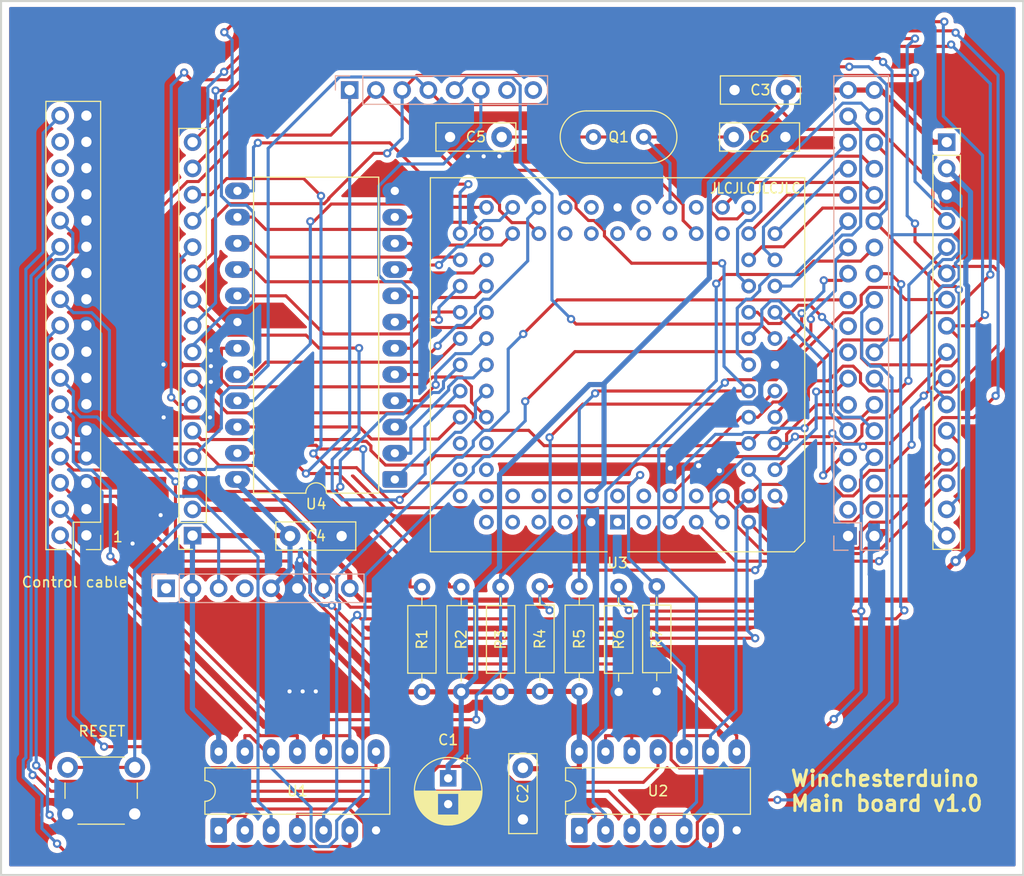
<source format=kicad_pcb>
(kicad_pcb (version 20241229) (generator "pcbnew") (generator_version "9.0")
  (title_block (date "mar. 31 mars 2015"))
  (layers (0 "F.Cu" signal) (2 "B.Cu" signal) (13 "F.Paste" user) (15 "B.Paste" user) (5 "F.SilkS" user "F.Silkscreen") (7 "B.SilkS" user "B.Silkscreen") (1 "F.Mask" user) (3 "B.Mask" user) (25 "Edge.Cuts" user))
  (net 0 "")
  (net 1 "GND")
  (net 2 "+5V")
  (net 4 "Net-(J1-Pin_3)")
  (net 6 "Net-(U3-XTALIN)")
  (net 7 "Net-(U3-XTALOUT)")
  (net 8 "+12V")
  (net 11 "/~{READY}")
  (net 12 "/~{MCINT}")
  (net 13 "/WINDOW")
  (net 14 "/WPCEN")
  (net 15 "/~{TRK0}")
  (net 16 "/WGATE")
  (net 17 "/WDATA")
  (net 18 "/STEP")
  (net 19 "/DIR")
  (net 20 "/DS")
  (net 21 "/HDSEL3")
  (net 23 "/RDATA")
  (net 25 "/RLL~{MFM}")
  (net 27 "/HDSEL2")
  (net 29 "/HDSEL1")
  (net 30 "/~{RST}")
  (net 31 "/HDSEL0")
  (net 33 "/~{HRE}")
  (net 34 "/~{HCS}")
  (net 37 "/~{HWE}")
  (net 38 "/~{DACK}")
  (net 39 "/~{MRE}")
  (net 40 "/AD2")
  (net 41 "/AD6")
  (net 42 "/~{HDSEL0}")
  (net 44 "/AD7")
  (net 46 "/~{DS}")
  (net 47 "/AD0")
  (net 49 "/~{HDSEL3}")
  (net 50 "/AD5")
  (net 58 "/AD4")
  (net 60 "/~{MWE}")
  (net 65 "/AD3")
  (net 66 "/ALE")
  (net 67 "/AD1")
  (net 70 "/~{WGATE}")
  (net 71 "/~{HDSEL1}")
  (net 72 "/~{HDSEL2}")
  (net 73 "/~{STEP}")
  (net 75 "/~{SC}")
  (net 77 "/~{WFAULT}")
  (net 80 "/~{DIR}")
  (net 81 "/~{INDEX}")
  (net 83 "/RGATE")
  (net 84 "/RCLOCK")
  (net 85 "/DATARUN")
  (net 86 "/~{EARLY}")
  (net 87 "/SC")
  (net 88 "/WCLOCK")
  (net 89 "/~{LATE}")
  (net 90 "/BA0")
  (net 92 "/BD0")
  (net 93 "/BD5")
  (net 94 "/BA4")
  (net 95 "/BD6")
  (net 96 "/BD3")
  (net 98 "/BA1")
  (net 101 "/BD7")
  (net 102 "/BD2")
  (net 103 "/BA3")
  (net 104 "/BA9")
  (net 105 "/BA7")
  (net 106 "/BA10")
  (net 107 "/BA5")
  (net 108 "/BA2")
  (net 109 "/BD4")
  (net 111 "/BA8")
  (net 112 "/BA6")
  (net 113 "/BD1")
  (net 114 "/~{BWE}")
  (net 115 "/~{BOE}")
  (footprint "Button_Switch_THT:SW_PUSH_6mm" (layer "F.Cu") (at 120.7873 131.4752 180)
    (property "Reference" "SW1" (hide yes))
    (property "Value" "RESET")
  )
  (footprint "Capacitor_THT:C_Disc_D7.5mm_W2.5mm_P5.00mm" (layer "F.Cu") (at 183.7955 65.9294 180)
    (property "Reference" "C6")
    (property "Value" "10p")
  )
  (footprint "Resistor_THT:R_Axial_DIN0207_L6.3mm_D2.5mm_P10.16mm_Horizontal" (layer "F.Cu") (at 163.8371 119.6177 90)
    (property "Reference" "R5")
    (property "Value" "10K")
  )
  (footprint "Capacitor_THT:CP_Radial_D6.3mm_P2.50mm" (layer "F.Cu") (at 151.1403 128.0312 -90)
    (property "Reference" "C1")
    (property "Value" "100u")
  )
  (footprint "Connector_PinSocket_2.54mm:PinSocket_1x16_P2.54mm_Vertical" (layer "F.Cu") (at 126.3915 104.5312 180)
    (property "Reference" "J5" (hide yes))
    (property "Value" "Conn_01x16")
  )
  (footprint "Package_DIP:DIP-14_W7.62mm_LongPads" (layer "F.Cu") (at 128.9153 133.0712 90)
    (property "Reference" "U1")
    (property "Value" "~")
  )
  (footprint "Resistor_THT:R_Axial_DIN0207_L6.3mm_D2.5mm_P10.16mm_Horizontal" (layer "F.Cu") (at 160.0271 119.6177 90)
    (property "Reference" "R4")
    (property "Value" "10K")
  )
  (footprint "Crystal:Crystal_HC49-U_Vertical" (layer "F.Cu") (at 165.1995 65.9294)
    (property "Reference" "Q1")
    (property "Value" "16 MHz")
  )
  (footprint "Resistor_THT:R_Axial_DIN0207_L6.3mm_D2.5mm_P10.16mm_Horizontal" (layer "F.Cu") (at 171.341 119.614 90)
    (property "Reference" "R7")
    (property "Value" "680")
  )
  (footprint "Capacitor_THT:C_Disc_D7.5mm_W2.5mm_P5.00mm" (layer "F.Cu") (at 151.3235 65.9294)
    (property "Reference" "C5")
    (property "Value" "2x 22p")
  )
  (footprint "Resistor_THT:R_Axial_DIN0207_L6.3mm_D2.5mm_P10.16mm_Horizontal" (layer "F.Cu") (at 167.6471 119.6697 90)
    (property "Reference" "R6")
    (property "Value" "680")
  )
  (footprint "Resistor_THT:R_Axial_DIN0207_L6.3mm_D2.5mm_P10.16mm_Horizontal" (layer "F.Cu") (at 148.5971 119.6598 90)
    (property "Reference" "R1")
    (property "Value" "10K")
  )
  (footprint "Capacitor_THT:C_Disc_D7.5mm_W2.5mm_P5.00mm" (layer "F.Cu") (at 135.8247 104.5728)
    (property "Reference" "C4")
    (property "Value" "100n")
  )
  (footprint "Capacitor_THT:C_Disc_D7.5mm_W2.5mm_P5.00mm" (layer "F.Cu") (at 183.8739 61.3802 180)
    (property "Reference" "C3")
    (property "Value" "100n")
  )
  (footprint "Package_DIP:DIP-24_W15.24mm_LongPads" (layer "F.Cu") (at 145.9739 99.0881 180)
    (property "Reference" "U4")
    (property "Value" "6116 SRAM")
  )
  (footprint "Capacitor_THT:C_Disc_D7.5mm_W2.5mm_P5.00mm" (layer "F.Cu") (at 158.3793 127.0152 -90)
    (property "Reference" "C2")
    (property "Value" "100n")
  )
  (footprint "Package_LCC:PLCC-84_THT-Socket" (layer "F.Cu") (at 167.5441 103.2258 180)
    (property "Reference" "U3")
    (property "Value" "WD42C22")
  )
  (footprint "Package_DIP:DIP-14_W7.62mm_LongPads" (layer "F.Cu") (at 163.8403 133.0712 90)
    (property "Reference" "U2")
    (property "Value" "~")
  )
  (footprint "Resistor_THT:R_Axial_DIN0207_L6.3mm_D2.5mm_P10.16mm_Horizontal" (layer "F.Cu") (at 152.4071 119.6598 90)
    (property "Reference" "R2")
    (property "Value" "10K")
  )
  (footprint "Connector_PinSocket_2.54mm:PinSocket_1x16_P2.54mm_Vertical" (layer "F.Cu") (at 199.4165 66.4312)
    (property "Reference" "J6" (hide yes))
    (property "Value" "Conn_01x16")
  )
  (footprint "Resistor_THT:R_Axial_DIN0207_L6.3mm_D2.5mm_P10.16mm_Horizontal" (layer "F.Cu") (at 156.2171 119.6598 90)
    (property "Reference" "R3")
    (property "Value" "10K")
  )
  (footprint "Connector_PinHeader_2.54mm:PinHeader_2x17_P2.54mm_Vertical" (layer "F.Cu") (at 116.106 104.501 180)
    (property "Reference" "J4" (hide yes))
    (property "Value" "~")
  )
  (footprint "Connector_PinHeader_2.54mm:PinHeader_2x18_P2.54mm_Vertical" (layer "B.Cu") (at 189.8685 104.5624)
    (property "Reference" "J3" (hide yes))
    (property "Value" "Digital")
  )
  (footprint "Connector_PinHeader_2.54mm:PinHeader_1x08_P2.54mm_Vertical" (layer "B.Cu") (at 141.6035 61.3824 -90)
    (property "Reference" "J2" (hide yes))
    (property "Value" "PWM 7-0")
  )
  (footprint "Connector_PinHeader_2.54mm:PinHeader_1x08_P2.54mm_Vertical" (layer "B.Cu") (at 123.8335 109.6324 -90)
    (property "Reference" "J1" (hide yes))
    (property "Value" "Power")
  )
  (gr_rect (start 107.841 52.762) (end 206.827 137.394) (stroke (width 0.2)) (fill no) (layer "Edge.Cuts"))
  (gr_text "1" (at 119.1571 104.6645 0) (layer "F.SilkS") (effects (font (size 1 1))))
  (gr_text "RESET" (at 117.6066 123.474 0) (layer "F.SilkS") (effects (font (size 1 1))))
  (gr_text "Winchesterduino\nMain board v1.0" (at 184.16025 129.261159 0) (layer "F.SilkS") (effects (font (size 1.5 1.5) (thickness 0.3) (bold yes)) (justify left)))
  (gr_text "JLCJLCJLCJLC" (at 180.8791 70.88945 0) (layer "F.SilkS") (effects (font (size 1 0.85) (thickness 0.15) (bold yes))))
  (gr_text "Control cable" (at 114.97075 109.037 0) (layer "F.SilkS") (effects (font (size 1 1))))
  (segment (start 123.500316 92.093316) (end 123.081 91.674) (width 0.5) (layer "F.Cu") (net 1))
  (segment (start 116.233 86.594) (end 116.106 86.721) (width 0.5) (layer "F.Cu") (net 1))
  (segment (start 123.724751 93.093872) (end 123.712756 93.081877) (width 0.4) (layer "F.Cu") (net 1))
  (segment (start 177.398659 98.239659) (end 179.0819 99.9229) (width 0.5) (layer "F.Cu") (net 1))
  (segment (start 128.161 88.118) (end 128.000146 87.957146) (width 0.3) (layer "F.Cu") (net 1))
  (segment (start 116.233 91.674) (end 116.106 91.801) (width 0.5) (layer "F.Cu") (net 1))
  (segment (start 123.589 89.134) (end 116.233 89.134) (width 0.5) (layer "F.Cu") (net 1))
  (segment (start 123.081 91.674) (end 116.233 91.674) (width 0.5) (layer "F.Cu") (net 1))
  (segment (start 139.0735 109.6324) (end 139.0735 109.1905) (width 0.5) (layer "F.Cu") (net 1))
  (segment (start 139.0735 109.1905) (end 136.797 106.914) (width 0.5) (layer "F.Cu") (net 1))
  (segment (start 123.749854 87.957146) (end 123.6168 88.0902) (width 0.3) (layer "F.Cu") (net 1))
  (segment (start 123.589 93.079233) (end 123.589 93.02822) (width 0.5) (layer "F.Cu") (net 1))
  (segment (start 179.0819 101.1672) (end 179.9783 102.0636) (width 0.5) (layer "F.Cu") (net 1))
  (segment (start 175.147354 97.999564) (end 175.390959 97.755959) (width 0.5) (layer "F.Cu") (net 1))
  (segment (start 128.068881 93.093872) (end 123.724751 93.093872) (width 0.4) (layer "F.Cu") (net 1))
  (segment (start 179.9783 102.0636) (end 183.311958 102.0636) (width 0.5) (layer "F.Cu") (net 1))
  (segment (start 123.500316 92.939536) (end 123.500316 92.093316) (width 0.5) (layer "F.Cu") (net 1))
  (segment (start 123.5714 89.1164) (end 123.589 89.134) (width 0.5) (layer "F.Cu") (net 1))
  (segment (start 123.5714 87.957146) (end 123.5714 89.1164) (width 0.5) (layer "F.Cu") (net 1))
  (segment (start 185.810758 104.5624) (end 189.8685 104.5624) (width 0.5) (layer "F.Cu") (net 1))
  (segment (start 128.078118 93.084635) (end 128.068881 93.093872) (width 0.4) (layer "F.Cu") (net 1))
  (segment (start 183.311958 102.0636) (end 185.810758 104.5624) (width 0.5) (layer "F.Cu") (net 1))
  (segment (start 123.589 93.02822) (end 123.500316 92.939536) (width 0.5) (layer "F.Cu") (net 1))
  (segment (start 123.589 89.134) (end 123.081 89.642) (width 0.5) (layer "F.Cu") (net 1))
  (segment (start 167.7028 119.614) (end 167.6471 119.6697) (width 0.5) (layer "F.Cu") (net 1))
  (segment (start 179.0819 99.9229) (end 179.0819 101.1672) (width 0.5) (layer "F.Cu") (net 1))
  (segment (start 123.809939 88.017231) (end 123.749854 87.957146) (width 0.4) (layer "F.Cu") (net 1))
  (segment (start 116.106 94.341) (end 116.106 91.801) (width 0.5) (layer "F.Cu") (net 1))
  (segment (start 128.000146 87.957146) (end 127.940061 88.017231) (width 0.4) (layer "F.Cu") (net 1))
  (segment (start 127.940061 88.017231) (end 123.809939 88.017231) (width 0.4) (layer "F.Cu") (net 1))
  (segment (start 123.081 89.642) (end 123.081 91.674) (width 0.5) (layer "F.Cu") (net 1))
  (segment (start 116.233 89.134) (end 116.106 89.261) (width 0.5) (layer "F.Cu") (net 1))
  (segment (start 128.161 88.118) (end 128.161 86.594) (width 0.3) (layer "F.Cu") (net 1))
  (segment (start 172.656658 97.999564) (end 175.147354 97.999564) (width 0.5) (layer "F.Cu") (net 1))
  (segment (start 116.233 84.054) (end 116.106 84.181) (width 0.5) (layer "F.Cu") (net 1))
  (segment (start 123.6168 88.0902) (end 123.589 88.118) (width 0.3) (layer "F.Cu") (net 1))
  (segment (start 128.161 88.118) (end 128.161 89.642) (width 0.3) (layer "F.Cu") (net 1))
  (via (at 137.051 119.614) (size 0.8) (drill 0.4) (layers "F.Cu" "B.Cu") (net 1))
  (via (at 156.101 67.798) (size 0.8) (drill 0.4) (layers "F.Cu" "B.Cu") (net 1))
  (via (at 154.577 67.798) (size 0.8) (drill 0.4) (layers "F.Cu" "B.Cu") (net 1))
  (via (at 128.161 86.594) (size 0.8) (drill 0.4) (layers "F.Cu" "B.Cu") (net 1))
  (via (at 172.656658 97.999564) (size 1) (drill 0.5) (layers "F.Cu" "B.Cu") (net 1))
  (via (at 175.390959 97.755959) (size 1) (drill 0.5) (layers "F.Cu" "B.Cu") (net 1))
  (via (at 128.161 88.118) (size 0.8) (drill 0.4) (layers "F.Cu" "B.Cu") (net 1))
  (via (at 128.078118 93.084635) (size 0.8) (drill 0.4) (layers "F.Cu" "B.Cu") (net 1))
  (via (at 123.295768 102.544885) (size 0.8) (drill 0.4) (layers "F.Cu" "B.Cu") (net 1))
  (via (at 138.321 119.614) (size 0.8) (drill 0.4) (layers "F.Cu" "B.Cu") (net 1))
  (via (at 120.57926 105.299653) (size 0.8) (drill 0.4) (layers "F.Cu" "B.Cu") (net 1))
  (via (at 123.589 93.079233) (size 0.8) (drill 0.4) (layers "F.Cu" "B.Cu") (net 1))
  (via (at 153.053 67.798) (size 0.8) (drill 0.4) (layers "F.Cu" "B.Cu") (net 1))
  (via (at 123.5714 87.957146) (size 0.8) (drill 0.4) (layers "F.Cu" "B.Cu") (net 1))
  (via (at 135.781 119.614) (size 0.8) (drill 0.4) (layers "F.Cu" "B.Cu") (net 1))
  (via (at 128.161 89.642) (size 0.8) (drill 0.4) (layers "F.Cu" "B.Cu") (net 1))
  (via (at 136.797 106.914) (size 0.8) (drill 0.4) (layers "F.Cu" "B.Cu") (net 1))
  (via (at 177.398659 98.239659) (size 1) (drill 0.5) (layers "F.Cu" "B.Cu") (net 1))
  (segment (start 192.0149 104.956) (end 192.0149 108.2839) (width 0.5) (layer "B.Cu") (net 1))
  (segment (start 180.7255 91.688) (end 178.968222 91.688) (width 0.5) (layer "B.Cu") (net 1))
  (segment (start 182.7841 87.9858) (end 181.4063 89.3636) (width 0.5) (layer "B.Cu") (net 1))
  (segment (start 136.5335 109.6324) (end 136.5335 107.1775) (width 0.5) (layer "B.Cu") (net 1))
  (segment (start 181.4063 91.0072) (end 180.7255 91.688) (width 0.5) (layer "B.Cu") (net 1))
  (segment (start 192.4085 104.5624) (end 192.0149 104.956) (width 0.5) (layer "B.Cu") (net 1))
  (segment (start 178.968222 91.688) (end 172.656658 97.999564) (width 0.5) (layer "B.Cu") (net 1))
  (segment (start 175.390959 97.755959) (end 176.914959 97.755959) (width 0.5) (layer "B.Cu") (net 1))
  (segment (start 181.4063 89.3636) (end 181.4063 91.0072) (width 0.5) (layer "B.Cu") (net 1))
  (segment (start 192.0149 108.2839) (end 192.677 108.946) (width 0.5) (layer "B.Cu") (net 1))
  (segment (start 136.5335 107.1775) (end 136.797 106.914) (width 0.5) (layer "B.Cu") (net 1))
  (segment (start 176.914959 97.755959) (end 177.398659 98.239659) (width 0.5) (layer "B.Cu") (net 1))
  (segment (start 156.2592 119.6177) (end 156.2171 119.6598) (width 0.5) (layer "F.Cu") (net 2))
  (segment (start 198.1148 66.4312) (end 193.066 61.3824) (width 0.5) (layer "F.Cu") (net 2))
  (segment (start 160.0271 119.6177) (end 156.2592 119.6177) (width 0.5) (layer "F.Cu") (net 2))
  (segment (start 199.4165 66.4312) (end 198.1148 66.4312) (width 0.5) (layer "F.Cu") (net 2))
  (segment (start 158.3793 127.0152) (end 158.467 127.1029) (width 0.5) (layer "F.Cu") (net 2))
  (segment (start 156.2171 119.6598) (end 152.4071 119.6598) (width 0.5) (layer "F.Cu") (net 2))
  (segment (start 183.8761 61.3824) (end 183.8739 61.3802) (width 0.5) (layer "F.Cu") (net 2))
  (segment (start 193.066 61.3824) (end 192.4085 61.3824) (width 0.5) (layer "F.Cu") (net 2))
  (segment (start 148.5971 119.6598) (end 152.4071 119.6598) (width 0.5) (layer "F.Cu") (net 2))
  (segment (start 148.5971 119.6598) (end 144.0209 119.6598) (width 0.5) (layer "F.Cu") (net 2))
  (segment (start 126.3915 104.5312) (end 135.7831 104.5312) (width 0.5) (layer "F.Cu") (net 2))
  (segment (start 144.0209 119.6598) (end 133.9935 109.6324) (width 0.5) (layer "F.Cu") (net 2))
  (segment (start 163.8371 119.6177) (end 160.0271 119.6177) (width 0.5) (layer "F.Cu") (net 2))
  (segment (start 158.467 127.1029) (end 163.8403 127.1029) (width 0.5) (layer "F.Cu") (net 2))
  (segment (start 163.8403 125.4512) (end 163.8403 127.1029) (width 0.5) (layer "F.Cu") (net 2))
  (segment (start 192.4085 61.3824) (end 189.8685 61.3824) (width 0.5) (layer "F.Cu") (net 2))
  (segment (start 189.8685 61.3824) (end 183.8761 61.3824) (width 0.5) (layer "F.Cu") (net 2))
  (segment (start 135.7831 104.5312) (end 135.8247 104.5728) (width 0.5) (layer "F.Cu") (net 2))
  (segment (start 153.8102 109.8648) (end 153.8102 118.2567) (width 0.5) (layer "B.Cu") (net 2))
  (segment (start 151.1403 126.7795) (end 152.4071 125.5127) (width 0.5) (layer "B.Cu") (net 2))
  (segment (start 163.8371 123.7963) (end 163.8371 119.6177) (width 0.5) (layer "B.Cu") (net 2))
  (segment (start 176.4341 70.3818) (end 176.4341 79.5954) (width 0.5) (layer "B.Cu") (net 2))
  (segment (start 126.3915 104.5312) (end 126.3915 105.8329) (width 0.5) (layer "B.Cu") (net 2))
  (segment (start 126.3735 109.6324) (end 126.3735 121.2577) (width 0.5) (layer "B.Cu") (net 2))
  (segment (start 153.8102 118.2567) (end 152.4071 119.6598) (width 0.5) (layer "B.Cu") (net 2))
  (segment (start 163.8403 125.4512) (end 163.8403 123.7995) (width 0.5) (layer "B.Cu") (net 2))
  (segment (start 152.4071 125.5127) (end 152.4071 119.6598) (width 0.5) (layer "B.Cu") (net 2))
  (segment (start 128.9153 125.4512) (end 128.9153 123.7995) (width 0.5) (layer "B.Cu") (net 2))
  (segment (start 135.8247 104.5728) (end 130.7339 99.482) (width 0.5) (layer "B.Cu") (net 2))
  (segment (start 126.3915 105.8329) (end 126.3735 105.8509) (width 0.5) (layer "B.Cu") (net 2))
  (segment (start 166.2349 89.8995) (end 166.2349 99.455) (width 0.5) (layer "B.Cu") (net 2))
  (segment (start 163.8403 123.7995) (end 163.8371 123.7963) (width 0.5) (layer "B.Cu") (net 2))
  (segment (start 126.3735 105.8509) (end 126.3735 109.6324) (width 0.5) (layer "B.Cu") (net 2))
  (segment (start 130.7339 99.482) (end 130.7339 99.0881) (width 0.5) (layer "B.Cu") (net 2))
  (segment (start 183.8739 61.3802) (end 183.8739 62.942) (width 0.5) (layer "B.Cu") (net 2))
  (segment (start 126.3735 121.2577) (end 128.9153 123.7995) (width 0.5) (layer "B.Cu") (net 2))
  (segment (start 156.1141 98.6277) (end 156.1141 107.5609) (width 0.5) (layer "B.Cu") (net 2))
  (segment (start 166.2349 89.7946) (end 166.2349 89.8995) (width 0.5) (layer "B.Cu") (net 2))
  (segment (start 135.8247 107.8012) (end 135.8247 104.5728) (width 0.5) (layer "B.Cu") (net 2))
  (segment (start 133.9935 109.6324) (end 135.8247 107.8012) (width 0.5) (layer "B.Cu") (net 2))
  (segment (start 156.1141 107.5609) (end 153.8102 109.8648) (width 0.5) (layer "B.Cu") (net 2))
  (segment (start 151.1403 128.0312) (end 151.1403 126.7795) (width 0.5) (layer "B.Cu") (net 2))
  (segment (start 166.2349 99.455) (end 165.0041 100.6858) (width 0.5) (layer "B.Cu") (net 2))
  (segment (start 164.8423 89.8995) (end 156.1141 98.6277) (width 0.5) (layer "B.Cu") (net 2))
  (segment (start 166.2349 89.8995) (end 164.8423 89.8995) (width 0.5) (layer "B.Cu") (net 2))
  (segment (start 176.4341 79.5954) (end 166.2349 89.7946) (width 0.5) (layer "B.Cu") (net 2))
  (segment (start 183.8739 62.942) (end 176.4341 70.3818) (width 0.5) (layer "B.Cu") (net 2))
  (segment (start 114.2873 126.9752) (end 120.7873 126.9752) (width 0.3) (layer "F.Cu") (net 4))
  (segment (start 125.3738 103.2612) (end 127.3754 103.2612) (width 0.3) (layer "B.Cu") (net 4))
  (segment (start 120.7873 107.8477) (end 125.3738 103.2612) (width 0.3) (layer "B.Cu") (net 4))
  (segment (start 128.9135 104.7993) (end 128.9135 109.6324) (width 0.3) (layer "B.Cu") (net 4))
  (segment (start 120.7873 126.9752) (end 120.7873 107.8477) (width 0.3) (layer "B.Cu") (net 4))
  (segment (start 127.3754 103.2612) (end 128.9135 104.7993) (width 0.3) (layer "B.Cu") (net 4))
  (segment (start 156.3235 65.9294) (end 165.1995 65.9294) (width 0.3) (layer "F.Cu") (net 6))
  (segment (start 167.3377 65.9294) (end 165.1995 65.9294) (width 0.3) (layer "F.Cu") (net 6))
  (segment (start 173.8941 74.0158) (end 173.8941 72.4858) (width 0.3) (layer "F.Cu") (net 6))
  (segment (start 173.8941 72.4858) (end 167.3377 65.9294) (width 0.3) (layer "F.Cu") (net 6))
  (segment (start 175.1641 75.2858) (end 173.8941 74.0158) (width 0.3) (layer "F.Cu") (net 6))
  (segment (start 170.0795 65.9294) (end 178.7955 65.9294) (width 0.3) (layer "F.Cu") (net 7))
  (segment (start 172.6241 68.474) (end 170.0795 65.9294) (width 0.3) (layer "B.Cu") (net 7))
  (segment (start 172.6241 72.7458) (end 172.6241 68.474) (width 0.3) (layer "B.Cu") (net 7))
  (segment (start 135.3815 101.9912) (end 141.6135 108.2232) (width 0.5) (layer "F.Cu") (net 8))
  (segment (start 196.4934 110.7743) (end 142.7554 110.7743) (width 0.5) (layer "F.Cu") (net 8))
  (segment (start 141.6135 108.2232) (end 141.6135 109.6324) (width 0.5) (layer "F.Cu") (net 8))
  (segment (start 126.3915 101.9912) (end 135.3815 101.9912) (width 0.5) (layer "F.Cu") (net 8))
  (segment (start 142.7554 110.7743) (end 141.6135 109.6324) (width 0.5) (layer "F.Cu") (net 8))
  (segment (start 200.2784 106.9893) (end 196.4934 110.7743) (width 0.5) (layer "F.Cu") (net 8))
  (via (at 200.2784 106.9893) (size 1) (drill 0.5) (layers "F.Cu" "B.Cu") (net 8))
  (segment (start 201.7216 71.2763) (end 201.7216 77.5459) (width 0.5) (layer "B.Cu") (net 8))
  (segment (start 199.4165 68.9712) (end 201.7216 71.2763) (width 0.5) (layer "B.Cu") (net 8))
  (segment (start 201.7216 77.5459) (end 201.269 77.9985) (width 0.5) (layer "B.Cu") (net 8))
  (segment (start 201.269 80.1926) (end 201.4429 80.3665) (width 0.5) (layer "B.Cu") (net 8))
  (segment (start 201.269 77.9985) (end 201.269 80.1926) (width 0.5) (layer "B.Cu") (net 8))
  (segment (start 201.4429 80.3665) (end 201.4429 105.8248) (width 0.5) (layer "B.Cu") (net 8))
  (segment (start 201.4429 105.8248) (end 200.2784 106.9893) (width 0.5) (layer "B.Cu") (net 8))
  (segment (start 163.527 72.8194) (end 164.7234 74.0158) (width 0.3) (layer "F.Cu") (net 11))
  (segment (start 180.2441 90.5258) (end 165.6042 90.5258) (width 0.3) (layer "F.Cu") (net 11))
  (segment (start 139.7809 65.745) (end 131.4483 65.745) (width 0.3) (layer "F.Cu") (net 11))
  (segment (start 165.6042 90.5258) (end 165.3723 90.7577) (width 0.3) (layer "F.Cu") (net 11))
  (segment (start 144.1435 61.3824) (end 139.7809 65.745) (width 0.3) (layer "F.Cu") (net 11))
  (segment (start 163.527 72.247) (end 163.527 72.8194) (width 0.3) (layer "F.Cu") (net 11))
  (segment (start 125.8853 70.2412) (end 118.2653 77.8612) (width 0.3) (layer "F.Cu") (net 11))
  (segment (start 166.2741 75.5214) (end 168.9052 78.1525) (width 0.3) (layer "F.Cu") (net 11))
  (segment (start 164.7234 74.0158) (end 165.2639 74.0158) (width 0.3) (layer "F.Cu") (net 11))
  (segment (start 144.1435 61.3824) (end 151.9209 69.1598) (width 0.3) (layer "F.Cu") (net 11))
  (segment (start 151.9209 69.1598) (end 160.4398 69.1598) (width 0.3) (layer "F.Cu") (net 11))
  (segment (start 126.9521 70.2412) (end 125.8853 70.2412) (width 0.3) (layer "F.Cu") (net 11))
  (segment (start 118.2653 77.8612) (end 114.8391 77.8612) (width 0.3) (layer "F.Cu") (net 11))
  (segment (start 114.8391 77.8612) (end 113.5691 79.1312) (width 0.3) (layer "F.Cu") (net 11))
  (segment (start 160.4398 69.1598) (end 163.527 72.247) (width 0.3) (layer "F.Cu") (net 11))
  (segment (start 166.2741 75.026) (end 166.2741 75.5214) (width 0.3) (layer "F.Cu") (net 11))
  (segment (start 168.9052 78.1525) (end 177.6688 78.1525) (width 0.3) (layer "F.Cu") (net 11))
  (segment (start 165.2639 74.0158) (end 166.2741 75.026) (width 0.3) (layer "F.Cu") (net 11))
  (segment (start 131.4483 65.745) (end 126.9521 70.2412) (width 0.3) (layer "F.Cu") (net 11))
  (via (at 177.6688 78.1525) (size 0.8) (drill 0.4) (layers "F.Cu" "B.Cu") (net 11))
  (via (at 165.3723 90.7577) (size 0.8) (drill 0.4) (layers "F.Cu" "B.Cu") (net 11))
  (segment (start 177.8517 78.3354) (end 177.8517 88.1334) (width 0.3) (layer "B.Cu") (net 11))
  (segment (start 177.8517 88.1334) (end 180.2441 90.5258) (width 0.3) (layer "B.Cu") (net 11))
  (segment (start 163.8371 92.2929) (end 165.3723 90.7577) (width 0.3) (layer "B.Cu") (net 11))
  (segment (start 177.6688 78.1525) (end 177.8517 78.3354) (width 0.3) (layer "B.Cu") (net 11))
  (segment (start 163.8371 109.4577) (end 163.8371 92.2929) (width 0.3) (layer "B.Cu") (net 11))
  (segment (start 163.0393 83.5562) (end 163.5283 84.0452) (width 0.3) (layer "F.Cu") (net 12))
  (segment (start 181.3835 84.0452) (end 182.7841 85.4458) (width 0.3) (layer "F.Cu") (net 12))
  (segment (start 163.5283 84.0452) (end 181.3835 84.0452) (width 0.3) (layer "F.Cu") (net 12))
  (via (at 163.0393 83.5562) (size 0.8) (drill 0.4) (layers "F.Cu" "B.Cu") (net 12))
  (segment (start 151.7635 61.3824) (end 153.0138 60.1321) (width 0.3) (layer "B.Cu") (net 12))
  (segment (start 161.1941 71.4478) (end 161.1941 81.711) (width 0.3) (layer "B.Cu") (net 12))
  (segment (start 161.1941 81.711) (end 163.0393 83.5562) (width 0.3) (layer "B.Cu") (net 12))
  (segment (start 157.3158 60.1321) (end 158.1135 60.9298) (width 0.3) (layer "B.Cu") (net 12))
  (segment (start 158.1135 60.9298) (end 158.1135 68.3672) (width 0.3) (layer "B.Cu") (net 12))
  (segment (start 153.0138 60.1321) (end 157.3158 60.1321) (width 0.3) (layer "B.Cu") (net 12))
  (segment (start 158.1135 68.3672) (end 161.1941 71.4478) (width 0.3) (layer "B.Cu") (net 12))
  (segment (start 198.0767 72.7114) (end 199.4165 74.0512) (width 0.3) (layer "F.Cu") (net 13))
  (segment (start 149.2235 61.3824) (end 150.6316 62.7905) (width 0.3) (layer "F.Cu") (net 13))
  (segment (start 150.6316 62.7905) (end 182.8136 62.7905) (width 0.3) (layer "F.Cu") (net 13))
  (segment (start 185.2155 65.1924) (end 192.8448 65.1924) (width 0.3) (layer "F.Cu") (net 13))
  (segment (start 198.0766 72.7114) (end 198.0767 72.7114) (width 0.3) (layer "F.Cu") (net 13))
  (segment (start 192.8448 65.1924) (end 198.0766 70.4242) (width 0.3) (layer "F.Cu") (net 13))
  (segment (start 198.0766 70.4242) (end 198.0766 72.7114) (width 0.3) (layer "F.Cu") (net 13))
  (segment (start 182.8136 62.7905) (end 185.2155 65.1924) (width 0.3) (layer "F.Cu") (net 13))
  (segment (start 140.623 60.1176) (end 147.9587 60.1176) (width 0.3) (layer "B.Cu") (net 13))
  (segment (start 147.9587 60.1176) (end 149.2235 61.3824) (width 0.3) (layer "B.Cu") (net 13))
  (segment (start 129.179 94.1237) (end 129.179 90.9872) (width 0.3) (layer "B.Cu") (net 13))
  (segment (start 131.5604 90.1981) (end 133.7098 88.0487) (width 0.3) (layer "B.Cu") (net 13))
  (segment (start 133.7098 88.0487) (end 133.7098 67.0308) (width 0.3) (layer "B.Cu") (net 13))
  (segment (start 129.179 90.9872) (end 129.9681 90.1981) (width 0.3) (layer "B.Cu") (net 13))
  (segment (start 133.7098 67.0308) (end 140.623 60.1176) (width 0.3) (layer "B.Cu") (net 13))
  (segment (start 126.3915 96.9112) (end 129.179 94.1237) (width 0.3) (layer "B.Cu") (net 13))
  (segment (start 129.9681 90.1981) (end 131.5604 90.1981) (width 0.3) (layer "B.Cu") (net 13))
  (segment (start 139.1366 72.3854) (end 139.577 71.945) (width 0.3) (layer "F.Cu") (net 14))
  (segment (start 128.3294 73.9971) (end 129.9411 72.3854) (width 0.3) (layer "F.Cu") (net 14))
  (segment (start 196.0622 59.968) (end 148.0979 59.968) (width 0.3) (layer "F.Cu") (net 14))
  (segment (start 128.3294 77.1933) (end 128.3294 73.9971) (width 0.3) (layer "F.Cu") (net 14))
  (segment (start 148.0979 59.968) (end 146.6835 61.3824) (width 0.3) (layer "F.Cu") (net 14))
  (segment (start 196.3466 59.6836) (end 196.0622 59.968) (width 0.3) (layer "F.Cu") (net 14))
  (segment (start 139.577 71.945) (end 139.577 71.8641) (width 0.3) (layer "F.Cu") (net 14))
  (segment (start 129.9411 72.3854) (end 139.1366 72.3854) (width 0.3) (layer "F.Cu") (net 14))
  (segment (start 143.9313 67.5098) (end 145.2332 67.5098) (width 0.3) (layer "F.Cu") (net 14))
  (segment (start 126.3915 79.1312) (end 128.3294 77.1933) (width 0.3) (layer "F.Cu") (net 14))
  (segment (start 139.577 71.8641) (end 143.9313 67.5098) (width 0.3) (layer "F.Cu") (net 14))
  (via (at 196.3466 59.6836) (size 0.8) (drill 0.4) (layers "F.Cu" "B.Cu") (net 14))
  (via (at 145.2332 67.5098) (size 0.8) (drill 0.4) (layers "F.Cu" "B.Cu") (net 14))
  (segment (start 196.3466 70.2412) (end 198.9549 72.8495) (width 0.3) (layer "B.Cu") (net 14))
  (segment (start 200.6182 78.6334) (end 200.6182 79.629) (width 0.3) (layer "B.Cu") (net 14))
  (segment (start 199.4165 91.4303) (end 199.4165 91.8312) (width 0.3) (layer "B.Cu") (net 14))
  (segment (start 146.6835 66.0595) (end 146.6835 61.3824) (width 0.3) (layer "B.Cu") (net 14))
  (segment (start 201.1199 77.2967) (end 200.2627 78.1539) (width 0.3) (layer "B.Cu") (net 14))
  (segment (start 200.2627 78.2779) (end 200.6182 78.6334) (width 0.3) (layer "B.Cu") (net 14))
  (segment (start 198.2075 81.1685) (end 198.2075 90.2213) (width 0.3) (layer "B.Cu") (net 14))
  (segment (start 198.2075 90.2213) (end 199.4165 91.4303) (width 0.3) (layer "B.Cu") (net 14))
  (segment (start 199.9143 72.8495) (end 201.1199 74.0551) (width 0.3) (layer "B.Cu") (net 14))
  (segment (start 201.1199 74.0551) (end 201.1199 77.2967) (width 0.3) (layer "B.Cu") (net 14))
  (segment (start 199.0431 80.3329) (end 198.2075 81.1685) (width 0.3) (layer "B.Cu") (net 14))
  (segment (start 200.2627 78.1539) (end 200.2627 78.2779) (width 0.3) (layer "B.Cu") (net 14))
  (segment (start 198.9549 72.8495) (end 199.9143 72.8495) (width 0.3) (layer "B.Cu") (net 14))
  (segment (start 199.9143 80.3329) (end 199.0431 80.3329) (width 0.3) (layer "B.Cu") (net 14))
  (segment (start 145.2332 67.5098) (end 146.6835 66.0595) (width 0.3) (layer "B.Cu") (net 14))
  (segment (start 196.3466 59.6836) (end 196.3466 70.2412) (width 0.3) (layer "B.Cu") (net 14))
  (segment (start 200.6182 79.629) (end 199.9143 80.3329) (width 0.3) (layer "B.Cu") (net 14))
  (segment (start 140.517 98.5198) (end 151.2554 109.2582) (width 0.3) (layer "F.Cu") (net 15))
  (segment (start 126.875 95.6412) (end 114.8391 95.6412) (width 0.3) (layer "F.Cu") (net 15))
  (segment (start 136.586 97.7362) (end 128.97 97.7362) (width 0.3) (layer "F.Cu") (net 15))
  (segment (start 137.3696 98.5198) (end 136.586 97.7362) (width 0.3) (layer "F.Cu") (net 15))
  (segment (start 152.4071 109.4998) (end 151.2554 109.4998) (width 0.3) (layer "F.Cu") (net 15))
  (segment (start 137.3696 98.5198) (end 140.517 98.5198) (width 0.3) (layer "F.Cu") (net 15))
  (segment (start 114.8391 95.6412) (end 113.5691 94.3712) (width 0.3) (layer "F.Cu") (net 15))
  (segment (start 151.2554 109.2582) (end 151.2554 109.4998) (width 0.3) (layer "F.Cu") (net 15))
  (segment (start 128.97 97.7362) (end 126.875 95.6412) (width 0.3) (layer "F.Cu") (net 15))
  (via (at 137.3696 98.5198) (size 0.8) (drill 0.4) (layers "F.Cu" "B.Cu") (net 15))
  (segment (start 141.6035 61.3824) (end 141.6035 62.5841) (width 0.3) (layer "B.Cu") (net 15))
  (segment (start 141.6035 62.5841) (end 141.6035 94.2859) (width 0.3) (layer "B.Cu") (net 15))
  (segment (start 141.6035 94.2859) (end 137.3696 98.5198) (width 0.3) (layer "B.Cu") (net 15))
  (segment (start 174.0003 123.8995) (end 176.5403 123.8995) (width 0.3) (layer "F.Cu") (net 16))
  (segment (start 191.9666 98.2124) (end 191.0702 99.1088) (width 0.3) (layer "F.Cu") (net 16))
  (segment (start 181.3577 99.5722) (end 180.2441 100.6858) (width 0.3) (layer "F.Cu") (net 16))
  (segment (start 197.1998 90.986) (end 197.1974 90.9836) (width 0.3) (layer "F.Cu") (net 16))
  (segment (start 191.0702 99.9802) (end 190.3663 100.6841) (width 0.3) (layer "F.Cu") (net 16))
  (segment (start 191.0702 99.1088) (end 191.0702 99.9802) (width 0.3) (layer "F.Cu") (net 16))
  (segment (start 199.4165 89.2912) (end 198.8946 89.2912) (width 0.3) (layer "F.Cu") (net 16))
  (segment (start 126.3915 81.6712) (end 129.8384 85.1181) (width 0.3) (layer "F.Cu") (net 16))
  (segment (start 196.0218 95.7241) (end 193.5335 98.2124) (width 0.3) (layer "F.Cu") (net 16))
  (segment (start 148.0987 99.4158) (end 146.4462 101.0683) (width 0.3) (layer "F.Cu") (net 16))
  (segment (start 138.628 86.3677) (end 142.5104 86.3677) (width 0.3) (layer "F.Cu") (net 16))
  (segment (start 189.3708 100.6841) (end 188.2589 99.5722) (width 0.3) (layer "F.Cu") (net 16))
  (segment (start 129.8384 85.1181) (end 137.3784 85.1181) (width 0.3) (layer "F.Cu") (net 16))
  (segment (start 169.7292 98.6628) (end 168.9762 99.4158) (width 0.3) (layer "F.Cu") (net 16))
  (segment (start 174.0003 125.4512) (end 174.0003 123.8995) (width 0.3) (layer "F.Cu") (net 16))
  (segment (start 137.3784 85.1181) (end 138.628 86.3677) (width 0.3) (layer "F.Cu") (net 16))
  (segment (start 190.3663 100.6841) (end 189.3708 100.6841) (width 0.3) (layer "F.Cu") (net 16))
  (segment (start 168.9762 99.4158) (end 148.0987 99.4158) (width 0.3) (layer "F.Cu") (net 16))
  (segment (start 193.5335 98.2124) (end 191.9666 98.2124) (width 0.3) (layer "F.Cu") (net 16))
  (segment (start 188.2589 99.5722) (end 181.3577 99.5722) (width 0.3) (layer "F.Cu") (net 16))
  (segment (start 198.8946 89.2912) (end 197.1998 90.986) (width 0.3) (layer "F.Cu") (net 16))
  (segment (start 176.5403 125.4512) (end 176.5403 123.8995) (width 0.3) (layer "F.Cu") (net 16))
  (via (at 169.7292 98.6628) (size 0.8) (drill 0.4) (layers "F.Cu" "B.Cu") (net 16))
  (via (at 142.5104 86.3677) (size 0.8) (drill 0.4) (layers "F.Cu" "B.Cu") (net 16))
  (via (at 197.1974 90.9836) (size 0.8) (drill 0.4) (layers "F.Cu" "B.Cu") (net 16))
  (via (at 196.0218 95.7241) (size 0.8) (drill 0.4) (layers "F.Cu" "B.Cu") (net 16))
  (via (at 146.4462 101.0683) (size 0.8) (drill 0.4) (layers "F.Cu" "B.Cu") (net 16))
  (segment (start 168.607 99.785) (end 169.7292 98.6628) (width 0.3) (layer "B.Cu") (net 16))
  (segment (start 174.0003 117.1933) (end 174.0003 125.4512) (width 0.3) (layer "B.Cu") (net 16))
  (segment (start 180.2441 100.6858) (end 179.0049 101.925) (width 0.3) (layer "B.Cu") (net 16))
  (segment (start 140.8765 101.0683) (end 139.9123 100.1041) (width 0.3) (layer "B.Cu") (net 16))
  (segment (start 171.341 114.534) (end 174.0003 117.1933) (width 0.3) (layer "B.Cu") (net 16))
  (segment (start 146.4462 101.0683) (end 140.8765 101.0683) (width 0.3) (layer "B.Cu") (net 16))
  (segment (start 139.9123 97.1506) (end 142.5104 94.5525) (width 0.3) (layer "B.Cu") (net 16))
  (segment (start 179.0049 101.925) (end 179.0049 121.4349) (width 0.3) (layer "B.Cu") (net 16))
  (segment (start 139.9123 100.1041) (end 139.9123 97.1506) (width 0.3) (layer "B.Cu") (net 16))
  (segment (start 168.607 106.72) (end 168.607 99.785) (width 0.3) (layer "B.Cu") (net 16))
  (segment (start 171.341 109.454) (end 171.341 114.534) (width 0.3) (layer "B.Cu") (net 16))
  (segment (start 176.5403 125.4512) (end 176.5403 123.8995) (width 0.3) (layer "B.Cu") (net 16))
  (segment (start 196.0218 95.7241) (end 196.0218 92.1592) (width 0.3) (layer "B.Cu") (net 16))
  (segment (start 171.341 109.454) (end 168.607 106.72) (width 0.3) (layer "B.Cu") (net 16))
  (segment (start 179.0049 121.4349) (end 176.5403 123.8995) (width 0.3) (layer "B.Cu") (net 16))
  (segment (start 196.0218 92.1592) (end 197.1974 90.9836) (width 0.3) (layer "B.Cu") (net 16))
  (segment (start 142.5104 94.5525) (end 142.5104 86.3677) (width 0.3) (layer "B.Cu") (net 16))
  (segment (start 191.0719 106.2658) (end 191.5735 105.7642) (width 0.3) (layer "F.Cu") (net 17))
  (segment (start 137.1453 69.9537) (end 138.8253 71.6337) (width 0.3) (layer "F.Cu") (net 17))
  (segment (start 179.0889 102.0706) (end 179.0889 103.5854) (width 0.3) (layer "F.Cu") (net 17))
  (segment (start 139.4574 97.9505) (end 142.2655 97.9505) (width 0.3) (layer "F.Cu") (net 17))
  (segment (start 193.1036 105.7641) (end 199.4165 99.4512) (width 0.3) (layer "F.Cu") (net 17))
  (segment (start 138.0854 96.5785) (end 139.4574 97.9505) (width 0.3) (layer "F.Cu") (net 17))
  (segment (start 146.135 101.82) (end 176.5699 101.82) (width 0.3) (layer "F.Cu") (net 17))
  (segment (start 181.7693 106.2658) (end 191.0719 106.2658) (width 0.3) (layer "F.Cu") (net 17))
  (segment (start 129.6972 69.9537) (end 137.1453 69.9537) (width 0.3) (layer "F.Cu") (net 17))
  (segment (start 176.5699 101.82) (end 177.7041 100.6858) (width 0.3) (layer "F.Cu") (net 17))
  (segment (start 191.5735 105.7641) (end 193.1036 105.7641) (width 0.3) (layer "F.Cu") (net 17))
  (segment (start 126.3915 71.5112) (end 128.1397 71.5112) (width 0.3) (layer "F.Cu") (net 17))
  (segment (start 142.2655 97.9505) (end 146.135 101.82) (width 0.3) (layer "F.Cu") (net 17))
  (segment (start 179.0889 103.5854) (end 181.7693 106.2658) (width 0.3) (layer "F.Cu") (net 17))
  (segment (start 191.5735 105.7642) (end 191.5735 105.7641) (width 0.3) (layer "F.Cu") (net 17))
  (segment (start 177.7041 100.6858) (end 179.0889 102.0706) (width 0.3) (layer "F.Cu") (net 17))
  (segment (start 128.1397 71.5112) (end 129.6972 69.9537) (width 0.3) (layer "F.Cu") (net 17))
  (via (at 138.0854 96.5785) (size 0.8) (drill 0.4) (layers "F.Cu" "B.Cu") (net 17))
  (via (at 138.8253 71.6337) (size 0.8) (drill 0.4) (layers "F.Cu" "B.Cu") (net 17))
  (segment (start 138.8253 71.6337) (end 138.8253 95.8386) (width 0.3) (layer "B.Cu") (net 17))
  (segment (start 138.8253 95.8386) (end 138.0854 96.5785) (width 0.3) (layer "B.Cu") (net 17))
  (segment (start 166.3803 131.5195) (end 165.392 131.5195) (width 0.3) (layer "F.Cu") (net 18))
  (segment (start 166.3803 133.0712) (end 166.3803 131.5195) (width 0.3) (layer "F.Cu") (net 18))
  (segment (start 192.4085 76.6224) (end 191.0817 77.9492) (width 0.3) (layer "F.Cu") (net 18))
  (segment (start 185.2487 79.2423) (end 177.9916 79.2423) (width 0.3) (layer "F.Cu") (net 18))
  (segment (start 177.9916 79.2423) (end 177.0999 80.134) (width 0.3) (layer "F.Cu") (net 18))
  (segment (start 165.392 131.5195) (end 163.8403 133.0712) (width 0.3) (layer "F.Cu") (net 18))
  (segment (start 186.5418 77.9492) (end 185.2487 79.2423) (width 0.3) (layer "F.Cu") (net 18))
  (segment (start 191.0817 77.9492) (end 186.5418 77.9492) (width 0.3) (layer "F.Cu") (net 18))
  (via (at 177.0999 80.134) (size 0.8) (drill 0.4) (layers "F.Cu" "B.Cu") (net 18))
  (segment (start 166.3803 131.5195) (end 165.1854 130.3246) (width 0.3) (layer "B.Cu") (net 18))
  (segment (start 166.3803 133.0712) (end 166.3803 131.5195) (width 0.3) (layer "B.Cu") (net 18))
  (segment (start 166.417 100.2168) (end 177.0999 89.5339) (width 0.3) (layer "B.Cu") (net 18))
  (segment (start 165.1854 124.4461) (end 166.417 123.2145) (width 0.3) (layer "B.Cu") (net 18))
  (segment (start 166.417 123.2145) (end 166.417 100.2168) (width 0.3) (layer "B.Cu") (net 18))
  (segment (start 177.0999 89.5339) (end 177.0999 80.134) (width 0.3) (layer "B.Cu") (net 18))
  (segment (start 165.1854 130.3246) (end 165.1854 124.4461) (width 0.3) (layer "B.Cu") (net 18))
  (segment (start 186.2605 83.5625) (end 186.2605 85.1876) (width 0.3) (layer "F.Cu") (net 19))
  (segment (start 174.0003 133.0712) (end 174.0003 131.5195) (width 0.3) (layer "F.Cu") (net 19))
  (segment (start 184.4347 87.0134) (end 184.4347 87.9032) (width 0.3) (layer "F.Cu") (net 19))
  (segment (start 184.4347 87.9032) (end 182.9052 89.4327) (width 0.3) (layer "F.Cu") (net 19))
  (segment (start 186.2605 85.1876) (end 184.4347 87.0134) (width 0.3) (layer "F.Cu") (net 19))
  (segment (start 171.4603 133.0712) (end 171.4603 131.5195) (width 0.3) (layer "F.Cu") (net 19))
  (segment (start 174.0003 131.5195) (end 171.4603 131.5195) (width 0.3) (layer "F.Cu") (net 19))
  (segment (start 182.9052 89.4327) (end 178.2237 89.4327) (width 0.3) (layer "F.Cu") (net 19))
  (segment (start 178.2237 89.4327) (end 177.9381 89.7183) (width 0.3) (layer "F.Cu") (net 19))
  (via (at 177.9381 89.7183) (size 0.8) (drill 0.4) (layers "F.Cu" "B.Cu") (net 19))
  (via (at 186.2605 83.5625) (size 0.8) (drill 0.4) (layers "F.Cu" "B.Cu") (net 19))
  (segment (start 171.5335 106.8619) (end 175.1908 110.5192) (width 0.3) (layer "B.Cu") (net 19))
  (segment (start 174.0003 133.0712) (end 174.0003 131.5195) (width 0.3) (layer "B.Cu") (net 19))
  (segment (start 189.8685 76.6224) (end 188.6438 77.8471) (width 0.3) (layer "B.Cu") (net 19))
  (segment (start 186.2605 83.1699) (end 186.2605 83.5625) (width 0.3) (layer "B.Cu") (net 19))
  (segment (start 188.6438 80.7866) (end 186.2605 83.1699) (width 0.3) (layer "B.Cu") (net 19))
  (segment (start 175.1908 110.5192) (end 175.1908 130.329) (width 0.3) (layer "B.Cu") (net 19))
  (segment (start 177.9381 89.7183) (end 171.5335 96.1229) (width 0.3) (layer "B.Cu") (net 19))
  (segment (start 175.1908 130.329) (end 174.0003 131.5195) (width 0.3) (layer "B.Cu") (net 19))
  (segment (start 188.6438 77.8471) (end 188.6438 80.7866) (width 0.3) (layer "B.Cu") (net 19))
  (segment (start 171.5335 96.1229) (end 171.5335 106.8619) (width 0.3) (layer "B.Cu") (net 19))
  (segment (start 172.7303 126.2282) (end 173.5193 127.0172) (width 0.3) (layer "F.Cu") (net 20))
  (segment (start 172.7303 124.6373) (end 172.7303 126.2282) (width 0.3) (layer "F.Cu") (net 20))
  (segment (start 168.9203 125.4512) (end 168.9203 123.8995) (width 0.3) (layer "F.Cu") (net 20))
  (segment (start 168.730566 111.8404) (end 168.635348 111.745182) (width 0.3) (layer "F.Cu") (net 20))
  (segment (start 166.3803 125.4512) (end 166.3803 123.8995) (width 0.3) (layer "F.Cu") (net 20))
  (segment (start 173.5193 127.0172) (end 183.759 127.0172) (width 0.3) (layer "F.Cu") (net 20))
  (segment (start 171.9925 123.8995) (end 172.7303 124.6373) (width 0.3) (layer "F.Cu") (net 20))
  (segment (start 191.1385 111.8404) (end 168.730566 111.8404) (width 0.3) (layer "F.Cu") (net 20))
  (segment (start 183.759 127.0172) (end 188.483 122.2932) (width 0.3) (layer "F.Cu") (net 20))
  (segment (start 166.3803 123.8995) (end 168.9203 123.8995) (width 0.3) (layer "F.Cu") (net 20))
  (segment (start 168.9203 123.8995) (end 171.9925 123.8995) (width 0.3) (layer "F.Cu") (net 20))
  (via (at 188.483 122.2932) (size 0.8) (drill 0.4) (layers "F.Cu" "B.Cu") (net 20))
  (via (at 168.635348 111.745182) (size 0.8) (drill 0.4) (layers "F.Cu" "B.Cu") (net 20))
  (via (at 191.1385 111.8404) (size 0.8) (drill 0.4) (layers "F.Cu" "B.Cu") (net 20))
  (segment (start 168.635348 111.745182) (end 167.738035 110.847869) (width 0.3) (layer "B.Cu") (net 20))
  (segment (start 167.655962 110.847869) (end 167.6471 110.839007) (width 0.3) (layer "B.Cu") (net 20))
  (segment (start 191.1385 98.2124) (end 192.4085 96.9424) (width 0.3) (layer "B.Cu") (net 20))
  (segment (start 188.483 122.2932) (end 191.1385 119.6377) (width 0.3) (layer "B.Cu") (net 20))
  (segment (start 191.1385 119.6377) (end 191.1385 98.2124) (width 0.3) (layer "B.Cu") (net 20))
  (segment (start 167.738035 110.847869) (end 167.655962 110.847869) (width 0.3) (layer "B.Cu") (net 20))
  (segment (start 167.6471 110.839007) (end 167.6471 109.5097) (width 0.3) (layer "B.Cu") (net 20))
  (segment (start 131.4553 123.8995) (end 131.9324 123.8995) (width 0.3) (layer "F.Cu") (net 21))
  (segment (start 189.2175 79.8134) (end 187.517 79.8134) (width 0.3) (layer "F.Cu") (net 21))
  (segment (start 183.0459 86.7158) (end 163.4142 86.7158) (width 0.3) (layer "F.Cu") (net 21))
  (segment (start 185.3666 84.3951) (end 183.0459 86.7158) (width 0.3) (layer "F.Cu") (net 21))
  (segment (start 131.9324 123.8995) (end 133.4841 125.4512) (width 0.3) (layer "F.Cu") (net 21))
  (segment (start 133.4841 125.4512) (end 133.9953 125.4512) (width 0.3) (layer "F.Cu") (net 21))
  (segment (start 131.4553 125.4512) (end 131.4553 123.8995) (width 0.3) (layer "F.Cu") (net 21))
  (segment (start 189.8685 79.1624) (end 189.2175 79.8134) (width 0.3) (layer "F.Cu") (net 21))
  (segment (start 185.3666 83.0029) (end 185.3666 84.3951) (width 0.3) (layer "F.Cu") (net 21))
  (segment (start 163.4142 86.7158) (end 158.6004 91.5296) (width 0.3) (layer "F.Cu") (net 21))
  (via (at 187.517 79.8134) (size 0.8) (drill 0.4) (layers "F.Cu" "B.Cu") (net 21))
  (via (at 185.3666 83.0029) (size 0.8) (drill 0.4) (layers "F.Cu" "B.Cu") (net 21))
  (via (at 158.6004 91.5296) (size 0.8) (drill 0.4) (layers "F.Cu" "B.Cu") (net 21))
  (segment (start 139.5657 134.6398) (end 140.3453 133.8602) (width 0.3) (layer "B.Cu") (net 21))
  (segment (start 133.9953 127.0029) (end 137.8667 130.8743) (width 0.3) (layer "B.Cu") (net 21))
  (segment (start 137.8667 130.8743) (end 137.8667 133.9133) (width 0.3) (layer "B.Cu") (net 21))
  (segment (start 143.0793 108.405) (end 152.0685 99.4158) (width 0.3) (layer "B.Cu") (net 21))
  (segment (start 158.6004 93.4213) (end 158.6004 91.5296) (width 0.3) (layer "B.Cu") (net 21))
  (segment (start 155.1459 96.8758) (end 158.6004 93.4213) (width 0.3) (layer "B.Cu") (net 21))
  (segment (start 133.9953 125.4512) (end 133.9953 127.0029) (width 0.3) (layer "B.Cu") (net 21))
  (segment (start 142.8853 112.7192) (end 143.0793 112.5252) (width 0.3) (layer "B.Cu") (net 21))
  (segment (start 143.0793 112.5252) (end 143.0793 108.405) (width 0.3) (layer "B.Cu") (net 21))
  (segment (start 187.517 80.8525) (end 185.3666 83.0029) (width 0.3) (layer "B.Cu") (net 21))
  (segment (start 137.8667 133.9133) (end 138.5932 134.6398) (width 0.3) (layer "B.Cu") (net 21))
  (segment (start 138.5932 134.6398) (end 139.5657 134.6398) (width 0.3) (layer "B.Cu") (net 21))
  (segment (start 153.5741 97.886) (end 154.5843 96.8758) (width 0.3) (layer "B.Cu") (net 21))
  (segment (start 142.8853 129.6012) (end 142.8853 112.7192) (width 0.3) (layer "B.Cu") (net 21))
  (segment (start 152.5639 99.4158) (end 153.5741 98.4056) (width 0.3) (layer "B.Cu") (net 21))
  (segment (start 153.5741 98.4056) (end 153.5741 97.886) (width 0.3) (layer "B.Cu") (net 21))
  (segment (start 140.3453 132.1412) (end 142.8853 129.6012) (width 0.3) (layer "B.Cu") (net 21))
  (segment (start 154.5843 96.8758) (end 155.1459 96.8758) (width 0.3) (layer "B.Cu") (net 21))
  (segment (start 187.517 79.8134) (end 187.517 80.8525) (width 0.3) (layer "B.Cu") (net 21))
  (segment (start 140.3453 133.8602) (end 140.3453 132.1412) (width 0.3) (layer "B.Cu") (net 21))
  (segment (start 152.0685 99.4158) (end 152.5639 99.4158) (width 0.3) (layer "B.Cu") (net 21))
  (segment (start 186.0261 91.4021) (end 186.0261 90.2745) (width 0.3) (layer "F.Cu") (net 23))
  (segment (start 191.8984 90.5241) (end 194.7217 90.5241) (width 0.3) (layer "F.Cu") (net 23))
  (segment (start 194.7217 90.5241) (end 195.7106 89.5352) (width 0.3) (layer "F.Cu") (net 23))
  (segment (start 145.0751 97.7005) (end 148.9532 97.7005) (width 0.3) (layer "F.Cu") (net 23))
  (segment (start 142.7732 95.3986) (end 143.2189 95.3986) (width 0.3) (layer "F.Cu") (net 23))
  (segment (start 143.6593 96.2847) (end 145.0751 97.7005) (width 0.3) (layer "F.Cu") (net 23))
  (segment (start 181.307 94.5429) (end 182.8853 94.5429) (width 0.3) (layer "F.Cu") (net 23))
  (segment (start 177.8232 95.6058) (end 180.2441 95.6058) (width 0.3) (layer "F.Cu") (net 23))
  (segment (start 176.6412 96.7878) (end 177.8232 95.6058) (width 0.3) (layer "F.Cu") (net 23))
  (segment (start 148.9532 97.7005) (end 149.8659 96.7878) (width 0.3) (layer "F.Cu") (net 23))
  (segment (start 180.2441 95.6058) (end 181.307 94.5429) (width 0.3) (layer "F.Cu") (net 23))
  (segment (start 191.0702 88.8246) (end 191.0702 89.6959) (width 0.3) (layer "F.Cu") (net 23))
  (segment (start 149.8659 96.7878) (end 176.6412 96.7878) (width 0.3) (layer "F.Cu") (net 23))
  (segment (start 182.8853 94.5429) (end 186.0261 91.4021) (width 0.3) (layer "F.Cu") (net 23))
  (segment (start 186.0261 90.2745) (end 186.7607 89.5399) (width 0.3) (layer "F.Cu") (net 23))
  (segment (start 187.9517 89.5399) (end 187.9517 89.5398) (width 0.3) (layer "F.Cu") (net 23))
  (segment (start 143.6593 95.839) (end 143.6593 96.2847) (width 0.3) (layer "F.Cu") (net 23))
  (segment (start 142.6023 95.2277) (end 142.7732 95.3986) (width 0.3) (layer "F.Cu") (net 23))
  (segment (start 186.7607 89.5399) (end 187.9517 89.5399) (width 0.3) (layer "F.Cu") (net 23))
  (segment (start 143.2189 95.3986) (end 143.6593 95.839) (width 0.3) (layer "F.Cu") (net 23))
  (segment (start 126.3915 94.3712) (end 127.248 95.2277) (width 0.3) (layer "F.Cu") (net 23))
  (segment (start 191.0702 89.6959) (end 191.8984 90.5241) (width 0.3) (layer "F.Cu") (net 23))
  (segment (start 187.9517 89.5398) (end 189.3708 88.1207) (width 0.3) (layer "F.Cu") (net 23))
  (segment (start 190.3663 88.1207) (end 191.0702 88.8246) (width 0.3) (layer "F.Cu") (net 23))
  (segment (start 127.248 95.2277) (end 142.6023 95.2277) (width 0.3) (layer "F.Cu") (net 23))
  (segment (start 189.3708 88.1207) (end 190.3663 88.1207) (width 0.3) (layer "F.Cu") (net 23))
  (via (at 195.7106 89.5352) (size 0.8) (drill 0.4) (layers "F.Cu" "B.Cu") (net 23))
  (segment (start 199.4165 76.5912) (end 195.7545 80.2532) (width 0.3) (layer "B.Cu") (net 23))
  (segment (start 195.7545 80.2532) (end 195.7545 89.4913) (width 0.3) (layer "B.Cu") (net 23))
  (segment (start 195.7545 89.4913) (end 195.7106 89.5352) (width 0.3) (layer "B.Cu") (net 23))
  (segment (start 198.7273 80.4012) (end 200.2731 80.4012) (width 0.3) (layer "F.Cu") (net 25))
  (segment (start 136.2346 59.1281) (end 189.9827 59.1281) (width 0.3) (layer "F.Cu") (net 25))
  (segment (start 192.4085 74.0824) (end 198.7273 80.4012) (width 0.3) (layer "F.Cu") (net 25))
  (segment (start 126.3915 68.9712) (end 136.2346 59.1281) (width 0.3) (layer "F.Cu") (net 25))
  (segment (start 200.2731 80.4012) (end 200.5912 80.7193) (width 0.3) (layer "F.Cu") (net 25))
  (via (at 189.9827 59.1281) (size 0.8) (drill 0.4) (layers "F.Cu" "B.Cu") (net 25))
  (via (at 200.5912 80.7193) (size 0.8) (drill 0.4) (layers "F.Cu" "B.Cu") (net 25))
  (segment (start 192.4085 74.0824) (end 193.6102 72.8807) (width 0.3) (layer "B.Cu") (net 25))
  (segment (start 191.855 59.1281) (end 189.9827 59.1281) (width 0.3) (layer "B.Cu") (net 25))
  (segment (start 200.6182 80.7463) (end 200.5912 80.7193) (width 0.3) (layer "B.Cu") (net 25))
  (segment (start 193.6102 60.8833) (end 191.855 59.1281) (width 0.3) (layer "B.Cu") (net 25))
  (segment (start 199.4165 101.9912) (end 200.6182 100.7895) (width 0.3) (layer "B.Cu") (net 25))
  (segment (start 193.6102 72.8807) (end 193.6102 60.8833) (width 0.3) (layer "B.Cu") (net 25))
  (segment (start 200.6182 100.7895) (end 200.6182 80.7463) (width 0.3) (layer "B.Cu") (net 25))
  (segment (start 194.4891 112.5904) (end 142.7041 112.5904) (width 0.3) (layer "F.Cu") (net 27))
  (segment (start 142.7041 112.5904) (end 142.3276 112.2139) (width 0.3) (layer "F.Cu") (net 27))
  (segment (start 141.6153 124.0253) (end 141.6153 123.901) (width 0.3) (layer "F.Cu") (net 27))
  (segment (start 141.6153 125.4512) (end 141.6153 124.0253) (width 0.3) (layer "F.Cu") (net 27))
  (segment (start 139.0753 125.4512) (end 139.0753 123.8995) (width 0.3) (layer "F.Cu") (net 27))
  (segment (start 195.3121 111.7674) (end 194.4891 112.5904) (width 0.3) (layer "F.Cu") (net 27))
  (segment (start 192.4085 79.1624) (end 193.9835 79.1624) (width 0.3) (layer "F.Cu") (net 27))
  (segment (start 139.0753 123.8995) (end 141.6153 123.8995) (width 0.3) (layer "F.Cu") (net 27))
  (segment (start 193.9835 79.1624) (end 195.0028 80.1817) (width 0.3) (layer "F.Cu") (net 27))
  (segment (start 141.6153 123.901) (end 141.6153 123.8995) (width 0.3) (layer "F.Cu") (net 27))
  (via (at 142.3276 112.2139) (size 0.8) (drill 0.4) (layers "F.Cu" "B.Cu") (net 27))
  (via (at 195.0028 80.1817) (size 0.8) (drill 0.4) (layers "F.Cu" "B.Cu") (net 27))
  (via (at 195.3121 111.7674) (size 0.8) (drill 0.4) (layers "F.Cu" "B.Cu") (net 27))
  (segment (start 141.6153 112.9262) (end 141.6153 125.4512) (width 0.3) (layer "B.Cu") (net 27))
  (segment (start 194.9588 111.4141) (end 195.3121 111.7674) (width 0.3) (layer "B.Cu") (net 27))
  (segment (start 194.9588 80.2257) (end 194.9588 111.4141) (width 0.3) (layer "B.Cu") (net 27))
  (segment (start 195.0028 80.1817) (end 194.9588 80.2257) (width 0.3) (layer "B.Cu") (net 27))
  (segment (start 142.3276 112.2139) (end 141.6153 112.9262) (width 0.3) (layer "B.Cu") (net 27))
  (segment (start 136.5353 133.0712) (end 136.5353 131.5195) (width 0.3) (layer "F.Cu") (net 29))
  (segment (start 189.8685 81.7024) (end 161.7141 81.7024) (width 0.3) (layer "F.Cu") (net 29))
  (segment (start 161.7141 81.7024) (end 158.4109 85.0056) (width 0.3) (layer "F.Cu") (net 29))
  (segment (start 136.5353 131.5195) (end 139.0753 131.5195) (width 0.3) (layer "F.Cu") (net 29))
  (segment (start 139.0753 133.0712) (end 139.0753 131.5195) (width 0.3) (layer "F.Cu") (net 29))
  (via (at 158.4109 85.0056) (size 0.8) (drill 0.4) (layers "F.Cu" "B.Cu") (net 29))
  (segment (start 140.3467 110.7085) (end 140.6255 110.9873) (width 0.3) (layer "B.Cu") (net 29))
  (segment (start 154.5843 94.3358) (end 153.5741 95.346) (width 0.3) (layer "B.Cu") (net 29))
  (segment (start 153.5741 95.346) (end 153.5741 95.8656) (width 0.3) (layer "B.Cu") (net 29))
  (segment (start 140.3467 108.5416) (end 140.3467 110.7085) (width 0.3) (layer "B.Cu") (net 29))
  (segment (start 140.3467 130.2481) (end 139.0753 131.5195) (width 0.3) (layer "B.Cu") (net 29))
  (segment (start 158.4109 85.0056) (end 156.9548 86.4617) (width 0.3) (layer "B.Cu") (net 29))
  (segment (start 140.6255 110.9873) (end 140.6255 111.6099) (width 0.3) (layer "B.Cu") (net 29))
  (segment (start 151.9517 96.9366) (end 140.3467 108.5416) (width 0.3) (layer "B.Cu") (net 29))
  (segment (start 152.5031 96.9366) (end 151.9517 96.9366) (width 0.3) (layer "B.Cu") (net 29))
  (segment (start 140.6255 111.6099) (end 140.3467 111.8887) (width 0.3) (layer "B.Cu") (net 29))
  (segment (start 156.9548 92.5098) (end 155.1288 94.3358) (width 0.3) (layer "B.Cu") (net 29))
  (segment (start 156.9548 86.4617) (end 156.9548 92.5098) (width 0.3) (layer "B.Cu") (net 29))
  (segment (start 140.3467 111.8887) (end 140.3467 130.2481) (width 0.3) (layer "B.Cu") (net 29))
  (segment (start 153.5741 95.8656) (end 152.5031 96.9366) (width 0.3) (layer "B.Cu") (net 29))
  (segment (start 139.0753 133.0712) (end 139.0753 131.5195) (width 0.3) (layer "B.Cu") (net 29))
  (segment (start 155.1288 94.3358) (end 154.5843 94.3358) (width 0.3) (layer "B.Cu") (net 29))
  (segment (start 184.6987 79.2522) (end 189.8685 74.0824) (width 0.3) (layer "B.Cu") (net 30))
  (segment (start 182.3679 79.2522) (end 184.6987 79.2522) (width 0.3) (layer "B.Cu") (net 30))
  (segment (start 181.307 80.3131) (end 182.3679 79.2522) (width 0.3) (layer "B.Cu") (net 30))
  (segment (start 179.9971 81.6358) (end 180.4857 81.6358) (width 0.3) (layer "B.Cu") (net 30))
  (segment (start 180.4857 81.6358) (end 181.307 80.8145) (width 0.3) (layer "B.Cu") (net 30))
  (segment (start 180.2441 87.9858) (end 179.1368 86.8785) (width 0.3) (layer "B.Cu") (net 30))
  (segment (start 179.1368 82.4961) (end 179.9971 81.6358) (width 0.3) (layer "B.Cu") (net 30))
  (segment (start 181.307 80.8145) (end 181.307 80.3131) (width 0.3) (layer "B.Cu") (net 30))
  (segment (start 179.1368 86.8785) (end 179.1368 82.4961) (width 0.3) (layer "B.Cu") (net 30))
  (segment (start 183.025 130.1194) (end 177.4522 130.1194) (width 0.3) (layer "F.Cu") (net 31))
  (segment (start 177.4522 130.1194) (end 175.2703 132.3013) (width 0.3) (layer "F.Cu") (net 31))
  (segment (start 142.9825 133.9807) (end 142.9825 132.3888) (width 0.3) (layer "F.Cu") (net 31))
  (segment (start 175.2703 132.3013) (end 175.2703 133.897) (width 0.3) (layer "F.Cu") (net 31))
  (segment (start 131.4553 131.6453) (end 130.3412 131.6453) (width 0.3) (layer "F.Cu") (net 31))
  (segment (start 130.3412 131.6453) (end 128.9153 133.0712) (width 0.3) (layer "F.Cu") (net 31))
  (segment (start 141.5997 131.006) (end 132.0946 131.006) (width 0.3) (layer "F.Cu") (net 31))
  (segment (start 175.2703 133.897) (end 174.5158 134.6515) (width 0.3) (layer "F.Cu") (net 31))
  (segment (start 142.9825 132.3888) (end 141.5997 131.006) (width 0.3) (layer "F.Cu") (net 31))
  (segment (start 143.6533 134.6515) (end 142.9825 133.9807) (width 0.3) (layer "F.Cu") (net 31))
  (segment (start 174.5158 134.6515) (end 143.6533 134.6515) (width 0.3) (layer "F.Cu") (net 31))
  (segment (start 132.0946 131.006) (end 131.4553 131.6453) (width 0.3) (layer "F.Cu") (net 31))
  (segment (start 131.4553 133.0712) (end 131.4553 131.6453) (width 0.3) (layer "F.Cu") (net 31))
  (via (at 183.025 130.1194) (size 0.8) (drill 0.4) (layers "F.Cu" "B.Cu") (net 31))
  (segment (start 194.122 89.2709) (end 192.9718 88.1207) (width 0.3) (layer "B.Cu") (net 31))
  (segment (start 191.1904 87.2776) (end 191.1904 82.9205) (width 0.3) (layer "B.Cu") (net 31))
  (segment (start 194.122 120.5486) (end 194.122 89.2709) (width 0.3) (layer "B.Cu") (net 31))
  (segment (start 184.5512 130.1194) (end 194.122 120.5486) (width 0.3) (layer "B.Cu") (net 31))
  (segment (start 192.9718 88.1207) (end 192.0335 88.1207) (width 0.3) (layer "B.Cu") (net 31))
  (segment (start 191.1904 82.9205) (end 192.4085 81.7024) (width 0.3) (layer "B.Cu") (net 31))
  (segment (start 192.0335 88.1207) (end 191.1904 87.2776) (width 0.3) (layer "B.Cu") (net 31))
  (segment (start 183.025 130.1194) (end 184.5512 130.1194) (width 0.3) (layer "B.Cu") (net 31))
  (segment (start 186.6571 93.1325) (end 185.6563 94.1333) (width 0.3) (layer "F.Cu") (net 33))
  (segment (start 192.4085 91.8624) (end 191.1384 93.1325) (width 0.3) (layer "F.Cu") (net 33))
  (segment (start 191.1384 93.1325) (end 186.6571 93.1325) (width 0.3) (layer "F.Cu") (net 33))
  (via (at 185.6563 94.1333) (size 0.8) (drill 0.4) (layers "F.Cu" "B.Cu") (net 33))
  (segment (start 182.5169 94.1333) (end 182.1066 94.5436) (width 0.3) (layer "B.Cu") (net 33))
  (segment (start 185.6563 94.1332) (end 185.6563 94.1333) (width 0.3) (layer "B.Cu") (net 33))
  (segment (start 179.7855 94.5436) (end 179.6071 94.722) (width 0.3) (layer "B.Cu") (net 33))
  (segment (start 182.1066 94.5436) (end 179.7855 94.5436) (width 0.3) (layer "B.Cu") (net 33))
  (segment (start 179.6071 94.722) (end 177.0189 94.722) (width 0.3) (layer "B.Cu") (net 33))
  (segment (start 173.8941 97.8468) (end 173.8941 101.9558) (width 0.3) (layer "B.Cu") (net 33))
  (segment (start 185.6563 94.1333) (end 182.5169 94.1333) (width 0.3) (layer "B.Cu") (net 33))
  (segment (start 173.8941 101.9558) (end 172.6241 103.2258) (width 0.3) (layer "B.Cu") (net 33))
  (segment (start 177.0189 94.722) (end 173.8941 97.8468) (width 0.3) (layer "B.Cu") (net 33))
  (segment (start 175.1641 103.2258) (end 178.9432 107.0049) (width 0.3) (layer "F.Cu") (net 34))
  (segment (start 178.9432 107.0049) (end 192.8659 107.0049) (width 0.3) (layer "F.Cu") (net 34))
  (via (at 192.8659 107.0049) (size 0.8) (drill 0.4) (layers "F.Cu" "B.Cu") (net 34))
  (segment (start 192.4085 89.3224) (end 193.6102 90.5241) (width 0.3) (layer "B.Cu") (net 34))
  (segment (start 193.6102 90.5241) (end 193.6102 106.2606) (width 0.3) (layer "B.Cu") (net 34))
  (segment (start 193.6102 106.2606) (end 192.8659 107.0049) (width 0.3) (layer "B.Cu") (net 34))
  (segment (start 183.9168 94.7004) (end 183.9168 95.9976) (width 0.3) (layer "F.Cu") (net 37))
  (segment (start 186.7548 91.8624) (end 183.9168 94.7004) (width 0.3) (layer "F.Cu") (net 37))
  (segment (start 174.6161 98.6938) (end 172.6241 100.6858) (width 0.3) (layer "F.Cu") (net 37))
  (segment (start 183.9168 95.9976) (end 183.0386 96.8758) (width 0.3) (layer "F.Cu") (net 37))
  (segment (start 183.0386 96.8758) (end 177.4732 96.8758) (width 0.3) (layer "F.Cu") (net 37))
  (segment (start 175.6552 98.6938) (end 174.6161 98.6938) (width 0.3) (layer "F.Cu") (net 37))
  (segment (start 177.4732 96.8758) (end 175.6552 98.6938) (width 0.3) (layer "F.Cu") (net 37))
  (segment (start 189.8685 91.8624) (end 186.7548 91.8624) (width 0.3) (layer "F.Cu") (net 37))
  (segment (start 189.8685 89.3224) (end 188.605 90.5859) (width 0.3) (layer "F.Cu") (net 38))
  (segment (start 188.605 90.5859) (end 186.778 90.5859) (width 0.3) (layer "F.Cu") (net 38))
  (via (at 186.778 90.5859) (size 0.8) (drill 0.4) (layers "F.Cu" "B.Cu") (net 38))
  (segment (start 176.5928 102.1145) (end 176.5928 100.2476) (width 0.3) (layer "B.Cu") (net 38))
  (segment (start 176.5928 100.2476) (end 179.7575 97.0829) (width 0.3) (layer "B.Cu") (net 38))
  (segment (start 179.7575 97.0829) (end 183.847 97.0829) (width 0.3) (layer "B.Cu") (net 38))
  (segment (start 186.778 94.1519) (end 186.778 90.5859) (width 0.3) (layer "B.Cu") (net 38))
  (segment (start 183.847 97.0829) (end 186.778 94.1519) (width 0.3) (layer "B.Cu") (net 38))
  (segment (start 177.7041 103.2258) (end 176.5928 102.1145) (width 0.3) (layer "B.Cu") (net 38))
  (segment (start 189.1992 96.9424) (end 187.4483 98.6933) (width 0.3) (layer "F.Cu") (net 39))
  (segment (start 189.8685 96.9424) (end 189.1992 96.9424) (width 0.3) (layer "F.Cu") (net 39))
  (via (at 187.4483 98.6933) (size 0.8) (drill 0.4) (layers "F.Cu" "B.Cu") (net 39))
  (segment (start 187.5297 98.6119) (end 187.4483 98.6933) (width 0.3) (layer "B.Cu") (net 39))
  (segment (start 182.7841 82.9058) (end 187.5297 87.6514) (width 0.3) (layer "B.Cu") (net 39))
  (segment (start 187.5297 87.6514) (end 187.5297 98.6119) (width 0.3) (layer "B.Cu") (net 39))
  (segment (start 181.6728 76.7145) (end 182.7841 77.8258) (width 0.3) (layer "B.Cu") (net 40))
  (segment (start 181.6728 74.6581) (end 181.6728 76.7145) (width 0.3) (layer "B.Cu") (net 40))
  (segment (start 189.8685 66.4624) (end 181.6728 74.6581) (width 0.3) (layer "B.Cu") (net 40))
  (segment (start 183.9875 71.5424) (end 180.2441 75.2858) (width 0.3) (layer "F.Cu") (net 41))
  (segment (start 189.8685 71.5424) (end 183.9875 71.5424) (width 0.3) (layer "F.Cu") (net 41))
  (segment (start 124.8198 100.7212) (end 117.1315 93.0329) (width 0.3) (layer "B.Cu") (net 42))
  (segment (start 115.5353 93.0329) (end 114.8391 92.3367) (width 0.3) (layer "B.Cu") (net 42))
  (segment (start 114.8391 92.3367) (end 114.8391 90.5612) (width 0.3) (layer "B.Cu") (net 42))
  (segment (start 132.7253 130.2495) (end 132.7253 106.5938) (width 0.3) (layer "B.Cu") (net 42))
  (segment (start 133.9953 133.0712) (end 133.9953 131.5195) (width 0.3) (layer "B.Cu") (net 42))
  (segment (start 126.8527 100.7212) (end 124.8198 100.7212) (width 0.3) (layer "B.Cu") (net 42))
  (segment (start 133.9953 131.5195) (end 132.7253 130.2495) (width 0.3) (layer "B.Cu") (net 42))
  (segment (start 114.8391 90.5612) (end 113.5691 89.2912) (width 0.3) (layer "B.Cu") (net 42))
  (segment (start 132.7253 106.5938) (end 126.8527 100.7212) (width 0.3) (layer "B.Cu") (net 42))
  (segment (start 117.1315 93.0329) (end 115.5353 93.0329) (width 0.3) (layer "B.Cu") (net 42))
  (segment (start 180.121 70.3289) (end 191.195 70.3289) (width 0.3) (layer "F.Cu") (net 44))
  (segment (start 191.195 70.3289) (end 192.4085 71.5424) (width 0.3) (layer "F.Cu") (net 44))
  (segment (start 177.7041 72.7458) (end 180.121 70.3289) (width 0.3) (layer "F.Cu") (net 44))
  (segment (start 156.0436 126.8795) (end 157.5828 128.4187) (width 0.3) (layer "F.Cu") (net 46))
  (segment (start 170.0445 128.4187) (end 171.4603 127.0029) (width 0.3) (layer "F.Cu") (net 46))
  (segment (start 112.7892 128.3269) (end 148.7472 128.3269) (width 0.3) (layer "F.Cu") (net 46))
  (segment (start 150.1946 126.8795) (end 156.0436 126.8795) (width 0.3) (layer "F.Cu") (net 46))
  (segment (start 148.7472 128.3269) (end 150.1946 126.8795) (width 0.3) (layer "F.Cu") (net 46))
  (segment (start 171.4603 125.4512) (end 171.4603 127.0029) (width 0.3) (layer "F.Cu") (net 46))
  (segment (start 157.5828 128.4187) (end 170.0445 128.4187) (width 0.3) (layer "F.Cu") (net 46))
  (segment (start 111.2463 126.784) (end 112.7892 128.3269) (width 0.3) (layer "F.Cu") (net 46))
  (via (at 111.2463 126.784) (size 0.8) (drill 0.4) (layers "F.Cu" "B.Cu") (net 46))
  (segment (start 114.7872 77.0864) (end 114.0796 77.794) (width 0.3) (layer "B.Cu") (net 46))
  (segment (start 114.0796 77.794) (end 113.1414 77.794) (width 0.3) (layer "B.Cu") (net 46))
  (segment (start 111.2463 79.6891) (end 111.2463 126.784) (width 0.3) (layer "B.Cu") (net 46))
  (segment (start 113.5691 74.0512) (end 114.7872 75.2693) (width 0.3) (layer "B.Cu") (net 46))
  (segment (start 114.7872 75.2693) (end 114.7872 77.0864) (width 0.3) (layer "B.Cu") (net 46))
  (segment (start 113.1414 77.794) (end 111.2463 79.6891) (width 0.3) (layer "B.Cu") (net 46))
  (segment (start 190.2436 75.4207) (end 189.3054 75.4207) (width 0.3) (layer "B.Cu") (net 47))
  (segment (start 189.3054 75.4207) (end 184.3603 80.3658) (width 0.3) (layer "B.Cu") (net 47))
  (segment (start 191.0868 65.1407) (end 191.0868 74.5775) (width 0.3) (layer "B.Cu") (net 47))
  (segment (start 191.0868 74.5775) (end 190.2436 75.4207) (width 0.3) (layer "B.Cu") (net 47))
  (segment (start 184.3603 80.3658) (end 182.7841 80.3658) (width 0.3) (layer "B.Cu") (net 47))
  (segment (start 189.8685 63.9224) (end 191.0868 65.1407) (width 0.3) (layer "B.Cu") (net 47))
  (segment (start 132.9374 123.8995) (end 136.5353 123.8995) (width 0.3) (layer "F.Cu") (net 49))
  (segment (start 113.5691 104.5312) (end 132.9374 123.8995) (width 0.3) (layer "F.Cu") (net 49))
  (segment (start 136.5353 125.4512) (end 136.5353 123.8995) (width 0.3) (layer "F.Cu") (net 49))
  (segment (start 179.1342 73.8557) (end 180.2441 72.7458) (width 0.3) (layer "F.Cu") (net 50))
  (segment (start 177.2843 73.8557) (end 179.1342 73.8557) (width 0.3) (layer "F.Cu") (net 50))
  (segment (start 176.5905 73.1619) (end 177.2843 73.8557) (width 0.3) (layer "F.Cu") (net 50))
  (segment (start 192.4085 69.0024) (end 191.1937 67.7876) (width 0.3) (layer "F.Cu") (net 50))
  (segment (start 191.1937 67.7876) (end 181.1009 67.7876) (width 0.3) (layer "F.Cu") (net 50))
  (segment (start 176.5905 72.298) (end 176.5905 73.1619) (width 0.3) (layer "F.Cu") (net 50))
  (segment (start 181.1009 67.7876) (end 176.5905 72.298) (width 0.3) (layer "F.Cu") (net 50))
  (segment (start 189.0675 69.0024) (end 182.7841 75.2858) (width 0.3) (layer "B.Cu") (net 58))
  (segment (start 189.8685 69.0024) (end 189.0675 69.0024) (width 0.3) (layer "B.Cu") (net 58))
  (segment (start 181.085 82.9058) (end 180.2441 82.9058) (width 0.3) (layer "F.Cu") (net 60))
  (segment (start 187.3419 83.3593) (end 186.2102 82.2276) (width 0.3) (layer "F.Cu") (net 60))
  (segment (start 183.2965 83.991) (end 182.1702 83.991) (width 0.3) (layer "F.Cu") (net 60))
  (segment (start 186.2102 82.2276) (end 185.0599 82.2276) (width 0.3) (layer "F.Cu") (net 60))
  (segment (start 185.0599 82.2276) (end 183.2965 83.991) (width 0.3) (layer "F.Cu") (net 60))
  (segment (start 182.1702 83.991) (end 181.085 82.9058) (width 0.3) (layer "F.Cu") (net 60))
  (via (at 187.3419 83.3593) (size 0.8) (drill 0.4) (layers "F.Cu" "B.Cu") (net 60))
  (segment (start 189.3708 93.0641) (end 188.6668 92.3601) (width 0.3) (layer "B.Cu") (net 60))
  (segment (start 191.0702 93.0641) (end 189.3708 93.0641) (width 0.3) (layer "B.Cu") (net 60))
  (segment (start 188.6668 92.3601) (end 188.6668 84.6842) (width 0.3) (layer "B.Cu") (net 60))
  (segment (start 192.4085 94.4024) (end 191.0702 93.0641) (width 0.3) (layer "B.Cu") (net 60))
  (segment (start 188.6668 84.6842) (end 187.3419 83.3593) (width 0.3) (layer "B.Cu") (net 60))
  (segment (start 193.6403 67.6942) (end 193.6403 72.0622) (width 0.3) (layer "F.Cu") (net 65))
  (segment (start 192.4085 66.4624) (end 193.6403 67.6942) (width 0.3) (layer "F.Cu") (net 65))
  (segment (start 192.8901 72.8124) (end 187.4003 72.8124) (width 0.3) (layer "F.Cu") (net 65))
  (segment (start 187.4003 72.8124) (end 183.6569 76.5558) (width 0.3) (layer "F.Cu") (net 65))
  (segment (start 181.5141 76.5558) (end 180.2441 77.8258) (width 0.3) (layer "F.Cu") (net 65))
  (segment (start 193.6403 72.0622) (end 192.8901 72.8124) (width 0.3) (layer "F.Cu") (net 65))
  (segment (start 183.6569 76.5558) (end 181.5141 76.5558) (width 0.3) (layer "F.Cu") (net 65))
  (segment (start 181.5141 84.1758) (end 181.5141 82.6575) (width 0.3) (layer "B.Cu") (net 66))
  (segment (start 183.1769 81.7922) (end 184.6149 83.2302) (width 0.3) (layer "B.Cu") (net 66))
  (segment (start 184.6149 83.2302) (end 184.6149 83.3141) (width 0.3) (layer "B.Cu") (net 66))
  (segment (start 182.3794 81.7922) (end 183.1769 81.7922) (width 0.3) (layer "B.Cu") (net 66))
  (segment (start 188.1578 86.857) (end 188.1578 92.6917) (width 0.3) (layer "B.Cu") (net 66))
  (segment (start 184.6149 83.3141) (end 188.1578 86.857) (width 0.3) (layer "B.Cu") (net 66))
  (segment (start 181.5141 82.6575) (end 182.3794 81.7922) (width 0.3) (layer "B.Cu") (net 66))
  (segment (start 188.1578 92.6917) (end 189.8685 94.4024) (width 0.3) (layer "B.Cu") (net 66))
  (segment (start 180.2441 85.4458) (end 181.5141 84.1758) (width 0.3) (layer "B.Cu") (net 66))
  (segment (start 181.4228 70.5856) (end 189.356 62.6524) (width 0.3) (layer "B.Cu") (net 67))
  (segment (start 181.4228 73.1178) (end 181.4228 70.5856) (width 0.3) (layer "B.Cu") (net 67))
  (segment (start 180.2441 80.3658) (end 179.1635 79.2852) (width 0.3) (layer "B.Cu") (net 67))
  (segment (start 179.9843 74.0158) (end 180.5248 74.0158) (width 0.3) (layer "B.Cu") (net 67))
  (segment (start 180.5248 74.0158) (end 181.4228 73.1178) (width 0.3) (layer "B.Cu") (net 67))
  (segment (start 179.1635 79.2852) (end 179.1635 74.8366) (width 0.3) (layer "B.Cu") (net 67))
  (segment (start 191.1385 62.6524) (end 192.4085 63.9224) (width 0.3) (layer "B.Cu") (net 67))
  (segment (start 189.356 62.6524) (end 191.1385 62.6524) (width 0.3) (layer "B.Cu") (net 67))
  (segment (start 179.1635 74.8366) (end 179.9843 74.0158) (width 0.3) (layer "B.Cu") (net 67))
  (segment (start 119.0042 100.7212) (end 125.2749 106.9919) (width 0.3) (layer "F.Cu") (net 70))
  (segment (start 137.8035 109.1843) (end 137.8035 110.2912) (width 0.3) (layer "F.Cu") (net 70))
  (segment (start 144.4699 116.9576) (end 172.1384 116.9576) (width 0.3) (layer "F.Cu") (net 70))
  (segment (start 137.8035 110.2912) (end 144.4699 116.9576) (width 0.3) (layer "F.Cu") (net 70))
  (segment (start 172.1384 116.9576) (end 179.0803 123.8995) (width 0.3) (layer "F.Cu") (net 70))
  (segment (start 179.0803 125.4512) (end 179.0803 123.8995) (width 0.3) (layer "F.Cu") (net 70))
  (segment (start 135.6111 106.9919) (end 137.8035 109.1843) (width 0.3) (layer "F.Cu") (net 70))
  (segment (start 113.5691 99.4512) (end 114.8391 100.7212) (width 0.3) (layer "F.Cu") (net 70))
  (segment (start 114.8391 100.7212) (end 119.0042 100.7212) (width 0.3) (layer "F.Cu") (net 70))
  (segment (start 125.2749 106.9919) (end 135.6111 106.9919) (width 0.3) (layer "F.Cu") (net 70))
  (segment (start 141.6153 133.0712) (end 141.6153 134.6229) (width 0.3) (layer "F.Cu") (net 71))
  (segment (start 141.6051 134.6331) (end 115.524 134.6331) (width 0.3) (layer "F.Cu") (net 71))
  (segment (start 115.524 134.6331) (end 112.5501 131.6592) (width 0.3) (layer "F.Cu") (net 71))
  (segment (start 141.6153 134.6229) (end 141.6051 134.6331) (width 0.3) (layer "F.Cu") (net 71))
  (segment (start 112.5501 131.6592) (end 112.5501 131.5685) (width 0.3) (layer "F.Cu") (net 71))
  (via (at 112.5501 131.5685) (size 0.8) (drill 0.4) (layers "F.Cu" "B.Cu") (net 71))
  (segment (start 112.3378 85.4425) (end 113.5691 84.2112) (width 0.3) (layer "B.Cu") (net 71))
  (segment (start 112.3378 131.3562) (end 112.3378 85.4425) (width 0.3) (layer "B.Cu") (net 71))
  (segment (start 112.5501 131.5685) (end 112.3378 131.3562) (width 0.3) (layer "B.Cu") (net 71))
  (segment (start 144.1553 127.0029) (end 123.5539 127.0029) (width 0.3) (layer "F.Cu") (net 72))
  (segment (start 123.5539 127.0029) (end 121.5185 124.9675) (width 0.3) (layer "F.Cu") (net 72))
  (segment (start 121.5185 124.9675) (end 117.8228 124.9675) (width 0.3) (layer "F.Cu") (net 72))
  (segment (start 144.1553 125.4512) (end 144.1553 127.0029) (width 0.3) (layer "F.Cu") (net 72))
  (via (at 117.8228 124.9675) (size 0.8) (drill 0.4) (layers "F.Cu" "B.Cu") (net 72))
  (segment (start 117.8228 124.9675) (end 114.8392 121.9839) (width 0.3) (layer "B.Cu") (net 72))
  (segment (start 114.8392 121.9839) (end 114.8392 103.2613) (width 0.3) (layer "B.Cu") (net 72))
  (segment (start 114.8392 103.2613) (end 113.5691 101.9912) (width 0.3) (layer "B.Cu") (net 72))
  (segment (start 168.9203 131.5195) (end 168.9203 133.0712) (width 0.3) (layer "F.Cu") (net 73))
  (segment (start 111.119885 127.720485) (end 112.6804 129.281) (width 0.3) (layer "F.Cu") (net 73))
  (segment (start 110.895587 127.720485) (end 111.119885 127.720485) (width 0.3) (layer "F.Cu") (net 73))
  (segment (start 112.6804 129.281) (end 166.6818 129.281) (width 0.3) (layer "F.Cu") (net 73))
  (segment (start 166.6818 129.281) (end 168.9203 131.5195) (width 0.3) (layer "F.Cu") (net 73))
  (via (at 110.895587 127.720485) (size 0.8) (drill 0.4) (layers "F.Cu" "B.Cu") (net 73))
  (segment (start 110.7453 126.222925) (end 110.7453 79.3817) (width 0.3) (layer "B.Cu") (net 73))
  (segment (start 110.4953 127.095075) (end 110.4953 126.472925) (width 0.3) (layer "B.Cu") (net 73))
  (segment (start 111.081072 127.535) (end 110.935225 127.535) (width 0.3) (layer "B.Cu") (net 73))
  (segment (start 110.7453 79.3817) (end 113.566 76.561) (width 0.3) (layer "B.Cu") (net 73))
  (segment (start 110.4953 126.472925) (end 110.7453 126.222925) (width 0.3) (layer "B.Cu") (net 73))
  (segment (start 110.895587 127.720485) (end 110.895587 127.495362) (width 0.3) (layer "B.Cu") (net 73))
  (segment (start 110.895587 127.720485) (end 111.081072 127.535) (width 0.3) (layer "B.Cu") (net 73))
  (segment (start 110.935225 127.535) (end 110.4953 127.095075) (width 0.3) (layer "B.Cu") (net 73))
  (segment (start 126.8583 98.1812) (end 128.9317 100.2546) (width 0.3) (layer "F.Cu") (net 75))
  (segment (start 113.5691 96.9112) (end 114.8391 98.1812) (width 0.3) (layer "F.Cu") (net 75))
  (segment (start 140.2403 100.2546) (end 140.6966 99.7983) (width 0.3) (layer "F.Cu") (net 75))
  (segment (start 140.6966 99.7983) (end 140.6966 99.7967) (width 0.3) (layer "F.Cu") (net 75))
  (segment (start 128.9317 100.2546) (end 140.2403 100.2546) (width 0.3) (layer "F.Cu") (net 75))
  (segment (start 148.5971 109.4998) (end 147.4454 109.4998) (width 0.3) (layer "F.Cu") (net 75))
  (segment (start 147.4454 107.4597) (end 147.4454 109.4998) (width 0.3) (layer "F.Cu") (net 75))
  (segment (start 140.2403 100.2546) (end 147.4454 107.4597) (width 0.3) (layer "F.Cu") (net 75))
  (segment (start 114.8391 98.1812) (end 126.8583 98.1812) (width 0.3) (layer "F.Cu") (net 75))
  (via (at 140.6966 99.7967) (size 0.8) (drill 0.4) (layers "F.Cu" "B.Cu") (net 75))
  (segment (start 154.3035 64.9187) (end 150.6802 68.542) (width 0.3) (layer "B.Cu") (net 75))
  (segment (start 146.8021 92.7381) (end 145.2136 92.7381) (width 0.3) (layer "B.Cu") (net 75))
  (segment (start 147.5848 80.8757) (end 147.5848 91.9554) (width 0.3) (layer "B.Cu") (net 75))
  (segment (start 140.6966 97.2551) (end 140.6966 99.7967) (width 0.3) (layer "B.Cu") (net 75))
  (segment (start 144.4195 70.6736) (end 144.4195 79.3225) (width 0.3) (layer "B.Cu") (net 75))
  (segment (start 145.2136 92.7381) (end 140.6966 97.2551) (width 0.3) (layer "B.Cu") (net 75))
  (segment (start 154.3035 61.3824) (end 154.3035 64.9187) (width 0.3) (layer "B.Cu") (net 75))
  (segment (start 144.4195 79.3225) (end 145.0168 79.9198) (width 0.3) (layer "B.Cu") (net 75))
  (segment (start 146.6289 79.9198) (end 147.5848 80.8757) (width 0.3) (layer "B.Cu") (net 75))
  (segment (start 150.6802 68.542) (end 146.5511 68.542) (width 0.3) (layer "B.Cu") (net 75))
  (segment (start 145.0168 79.9198) (end 146.6289 79.9198) (width 0.3) (layer "B.Cu") (net 75))
  (segment (start 147.5848 91.9554) (end 146.8021 92.7381) (width 0.3) (layer "B.Cu") (net 75))
  (segment (start 146.5511 68.542) (end 144.4195 70.6736) (width 0.3) (layer "B.Cu") (net 75))
  (segment (start 153.8599 122.3548) (end 134.2538 122.3548) (width 0.3) (layer "F.Cu") (net 77))
  (segment (start 134.2538 122.3548) (end 118.4288 106.5298) (width 0.3) (layer "F.Cu") (net 77))
  (segment (start 164.1778 91.7958) (end 160.9572 95.0164) (width 0.3) (layer "F.Cu") (net 77))
  (segment (start 182.7841 90.5258) (end 181.5141 91.7958) (width 0.3) (layer "F.Cu") (net 77))
  (segment (start 181.5141 91.7958) (end 164.1778 91.7958) (width 0.3) (layer "F.Cu") (net 77))
  (via (at 153.8599 122.3548) (size 0.8) (drill 0.4) (layers "F.Cu" "B.Cu") (net 77))
  (via (at 160.9572 95.0164) (size 0.8) (drill 0.4) (layers "F.Cu" "B.Cu") (net 77))
  (via (at 118.4288 106.5298) (size 0.8) (drill 0.4) (layers "F.Cu" "B.Cu") (net 77))
  (segment (start 156.2171 108.3481) (end 156.3611 108.3481) (width 0.3) (layer "B.Cu") (net 77))
  (segment (start 161.0188 95.078) (end 160.9572 95.0164) (width 0.3) (layer "B.Cu") (net 77))
  (segment (start 156.2171 109.4998) (end 156.2171 117.6498) (width 0.3) (layer "B.Cu") (net 77))
  (segment (start 115.658 98.1812) (end 114.8391 97.3623) (width 0.3) (layer "B.Cu") (net 77))
  (segment (start 114.8391 93.1012) (end 113.5691 91.8312) (width 0.3) (layer "B.Cu") (net 77))
  (segment (start 118.4288 106.5298) (end 118.4288 99.9888) (width 0.3) (layer "B.Cu") (net 77))
  (segment (start 161.0188 103.6904) (end 161.0188 95.078) (width 0.3) (layer "B.Cu") (net 77))
  (segment (start 156.2171 108.9239) (end 156.2171 108.3481) (width 0.3) (layer "B.Cu") (net 77))
  (segment (start 116.6212 98.1812) (end 115.658 98.1812) (width 0.3) (layer "B.Cu") (net 77))
  (segment (start 118.4288 99.9888) (end 116.6212 98.1812) (width 0.3) (layer "B.Cu") (net 77))
  (segment (start 114.8391 97.3623) (end 114.8391 93.1012) (width 0.3) (layer "B.Cu") (net 77))
  (segment (start 156.3611 108.3481) (end 161.0188 103.6904) (width 0.3) (layer "B.Cu") (net 77))
  (segment (start 156.2171 117.6498) (end 153.8599 120.007) (width 0.3) (layer "B.Cu") (net 77))
  (segment (start 153.8599 120.007) (end 153.8599 122.3548) (width 0.3) (layer "B.Cu") (net 77))
  (segment (start 156.2171 108.9239) (end 156.2171 109.4998) (width 0.3) (layer "B.Cu") (net 77))
  (segment (start 175.9798 135.1834) (end 176.5403 134.6229) (width 0.3) (layer "F.Cu") (net 80))
  (segment (start 176.5403 133.0712) (end 176.5403 134.6229) (width 0.3) (layer "F.Cu") (net 80))
  (segment (start 114.0896 135.1834) (end 175.9798 135.1834) (width 0.3) (layer "F.Cu") (net 80))
  (segment (start 113.2661 134.3599) (end 114.0896 135.1834) (width 0.3) (layer "F.Cu") (net 80))
  (via (at 113.2661 134.3599) (size 0.8) (drill 0.4) (layers "F.Cu" "B.Cu") (net 80))
  (segment (start 110.2443 126.015404) (end 110.2443 78.7397) (width 0.3) (layer "B.Cu") (net 80))
  (segment (start 111.8368 129.774) (end 109.9943 127.9315) (width 0.3) (layer "B.Cu") (net 80))
  (segment (start 111.7991 132.8929) (end 111.7991 129.8117) (width 0.3) (layer "B.Cu") (net 80))
  (segment (start 111.915 77.069) (end 111.915 65.5453) (width 0.3) (layer "B.Cu") (net 80))
  (segment (start 109.9943 127.9315) (end 109.9943 126.265405) (width 0.3) (layer "B.Cu") (net 80))
  (segment (start 113.2661 134.3599) (end 111.7991 132.8929) (width 0.3) (layer "B.Cu") (net 80))
  (segment (start 110.2443 78.7397) (end 111.915 77.069) (width 0.3) (layer "B.Cu") (net 80))
  (segment (start 111.915 65.5453) (end 113.5691 63.8912) (width 0.3) (layer "B.Cu") (net 80))
  (segment (start 109.9943 126.265405) (end 110.2443 126.015404) (width 0.3) (layer "B.Cu") (net 80))
  (segment (start 111.7991 129.8117) (end 111.8368 129.774) (width 0.3) (layer "B.Cu") (net 80))
  (segment (start 160.0271 109.4577) (end 161.1788 109.4577) (width 0.3) (layer "F.Cu") (net 81))
  (segment (start 137.1877 106.0365) (end 125.6318 106.0365) (width 0.3) (layer "F.Cu") (net 81))
  (segment (start 124.7341 105.1388) (end 124.7341 99.292) (width 0.3) (layer "F.Cu") (net 81))
  (segment (start 180.8701 107.8761) (end 162.7604 107.8761) (width 0.3) (layer "F.Cu") (net 81))
  (segment (start 140.3435 110.129) (end 140.3435 109.1923) (width 0.3) (layer "F.Cu") (net 81))
  (segment (start 160.9616 111.7662) (end 160.6576 111.4622) (width 0.3) (layer "F.Cu") (net 81))
  (segment (start 140.3435 109.1923) (end 137.1877 106.0365) (width 0.3) (layer "F.Cu") (net 81))
  (segment (start 125.6318 106.0365) (end 124.7341 105.1388) (width 0.3) (layer "F.Cu") (net 81))
  (segment (start 162.7604 107.8761) (end 161.1788 109.4577) (width 0.3) (layer "F.Cu") (net 81))
  (segment (start 160.6576 111.4622) (end 141.6767 111.4622) (width 0.3) (layer "F.Cu") (net 81))
  (segment (start 141.6767 111.4622) (end 140.3435 110.129) (width 0.3) (layer "F.Cu") (net 81))
  (via (at 124.7341 99.292) (size 0.8) (drill 0.4) (layers "F.Cu" "B.Cu") (net 81))
  (via (at 160.9616 111.7662) (size 0.8) (drill 0.4) (layers "F.Cu" "B.Cu") (net 81))
  (via (at 180.8701 107.8761) (size 0.8) (drill 0.4) (layers "F.Cu" "B.Cu") (net 81))
  (segment (start 116.6146 82.9412) (end 118.3395 84.6661) (width 0.3) (layer "B.Cu") (net 81))
  (segment (start 118.3395 92.8974) (end 124.7341 99.292) (width 0.3) (layer "B.Cu") (net 81))
  (segment (start 181.3531 107.3931) (end 180.8701 107.8761) (width 0.3) (layer "B.Cu") (net 81))
  (segment (start 113.5691 81.6712) (end 114.8391 82.9412) (width 0.3) (layer "B.Cu") (net 81))
  (segment (start 160.0271 110.8317) (end 160.9616 111.7662) (width 0.3) (layer "B.Cu") (net 81))
  (segment (start 114.8391 82.9412) (end 116.6146 82.9412) (width 0.3) (layer "B.Cu") (net 81))
  (segment (start 181.3531 99.2548) (end 181.3531 107.3931) (width 0.3) (layer "B.Cu") (net 81))
  (segment (start 160.0271 109.4577) (end 160.0271 110.8317) (width 0.3) (layer "B.Cu") (net 81))
  (segment (start 180.2441 98.1458) (end 181.3531 99.2548) (width 0.3) (layer "B.Cu") (net 81))
  (segment (start 118.3395 84.6661) (end 118.3395 92.8974) (width 0.3) (layer "B.Cu") (net 81))
  (segment (start 134.3643 57.1526) (end 199.6685 57.1526) (width 0.3) (layer "F.Cu") (net 83))
  (segment (start 185.6487 89.3028) (end 189.3708 85.5807) (width 0.3) (layer "F.Cu") (net 83))
  (segment (start 199.6685 57.1526) (end 199.8448 56.9763) (width 0.3) (layer "F.Cu") (net 83))
  (segment (start 191.1635 85.5807) (end 195.1591 85.5807) (width 0.3) (layer "F.Cu") (net 83))
  (segment (start 199.4165 86.7512) (end 198.1766 87.9911) (width 0.3) (layer "F.Cu") (net 83))
  (segment (start 182.7841 92.8071) (end 185.6487 89.9425) (width 0.3) (layer "F.Cu") (net 83))
  (segment (start 189.3708 85.5807) (end 191.1635 85.5807) (width 0.3) (layer "F.Cu") (net 83))
  (segment (start 182.7841 93.0658) (end 182.7841 92.8071) (width 0.3) (layer "F.Cu") (net 83))
  (segment (start 199.9479 82.9412) (end 203.64 79.2491) (width 0.3) (layer "F.Cu") (net 83))
  (segment (start 191.1635 87.3379) (end 191.1635 85.5807) (width 0.3) (layer "F.Cu") (net 83))
  (segment (start 130.0861 61.4308) (end 134.3643 57.1526) (width 0.3) (layer "F.Cu") (net 83))
  (segment (start 191.8167 87.9911) (end 191.1635 87.3379) (width 0.3) (layer "F.Cu") (net 83))
  (segment (start 198.1766 87.9911) (end 191.8167 87.9911) (width 0.3) (layer "F.Cu") (net 83))
  (segment (start 185.6487 89.9425) (end 185.6487 89.3028) (width 0.3) (layer "F.Cu") (net 83))
  (segment (start 195.1591 85.5807) (end 197.7986 82.9412) (width 0.3) (layer "F.Cu") (net 83))
  (segment (start 197.7986 82.9412) (end 199.9479 82.9412) (width 0.3) (layer "F.Cu") (net 83))
  (segment (start 128.6176 61.4308) (end 130.0861 61.4308) (width 0.3) (layer "F.Cu") (net 83))
  (via (at 199.8448 56.9763) (size 0.8) (drill 0.4) (layers "F.Cu" "B.Cu") (net 83))
  (via (at 203.64 79.2491) (size 0.8) (drill 0.4) (layers "F.Cu" "B.Cu") (net 83))
  (via (at 128.6176 61.4308) (size 0.8) (drill 0.4) (layers "F.Cu" "B.Cu") (net 83))
  (segment (start 203.64 60.7715) (end 199.8448 56.9763) (width 0.3) (layer "B.Cu") (net 83))
  (segment (start 126.3915 84.2112) (end 128.6176 81.9851) (width 0.3) (layer "B.Cu") (net 83))
  (segment (start 128.6176 81.9851) (end 128.6176 61.4308) (width 0.3) (layer "B.Cu") (net 83))
  (segment (start 203.64 79.2491) (end 203.64 60.7715) (width 0.3) (layer "B.Cu") (net 83))
  (segment (start 129.7346 92.6343) (end 147.302 92.6343) (width 0.3) (layer "F.Cu") (net 84))
  (segment (start 153.5741 93.3255) (end 154.5844 94.3358) (width 0.3) (layer "F.Cu") (net 84))
  (segment (start 195.4294 81.6712) (end 199.4165 81.6712) (width 0.3) (layer "F.Cu") (net 84))
  (segment (start 183.229 91.5887) (end 185.147 89.6707) (width 0.3) (layer "F.Cu") (net 84))
  (segment (start 191.9046 80.4929) (end 194.2511 80.4929) (width 0.3) (layer "F.Cu") (net 84))
  (segment (start 191.1385 82.1679) (end 191.1385 81.259) (width 0.3) (layer "F.Cu") (net 84))
  (segment (start 152.7185 91.9725) (end 153.5741 92.8281) (width 0.3) (layer "F.Cu") (net 84))
  (segment (start 180.2441 93.0658) (end 181.1293 93.0658) (width 0.3) (layer "F.Cu") (net 84))
  (segment (start 191.1385 81.259) (end 191.9046 80.4929) (width 0.3) (layer "F.Cu") (net 84))
  (segment (start 147.302 92.6343) (end 147.9638 91.9725) (width 0.3) (layer "F.Cu") (net 84))
  (segment (start 179.4839 93.0658) (end 180.2441 93.0658) (width 0.3) (layer "F.Cu") (net 84))
  (segment (start 194.2511 80.4929) (end 195.4294 81.6712) (width 0.3) (layer "F.Cu") (net 84))
  (segment (start 126.3915 89.2912) (end 129.7346 92.6343) (width 0.3) (layer "F.Cu") (net 84))
  (segment (start 160.4235 95.8168) (end 176.7329 95.8168) (width 0.3) (layer "F.Cu") (net 84))
  (segment (start 189.386 82.9465) (end 190.3599 82.9465) (width 0.3) (layer "F.Cu") (net 84))
  (segment (start 158.9425 94.3358) (end 160.4235 95.8168) (width 0.3) (layer "F.Cu") (net 84))
  (segment (start 154.5844 94.3358) (end 158.9425 94.3358) (width 0.3) (layer "F.Cu") (net 84))
  (segment (start 182.6064 91.5887) (end 183.229 91.5887) (width 0.3) (layer "F.Cu") (net 84))
  (segment (start 190.3599 82.9465) (end 191.1385 82.1679) (width 0.3) (layer "F.Cu") (net 84))
  (segment (start 181.1293 93.0658) (end 182.6064 91.5887) (width 0.3) (layer "F.Cu") (net 84))
  (segment (start 147.9638 91.9725) (end 152.7185 91.9725) (width 0.3) (layer "F.Cu") (net 84))
  (segment (start 185.147 89.6707) (end 185.147 87.1855) (width 0.3) (layer "F.Cu") (net 84))
  (segment (start 176.7329 95.8168) (end 179.4839 93.0658) (width 0.3) (layer "F.Cu") (net 84))
  (segment (start 153.5741 92.8281) (end 153.5741 93.3255) (width 0.3) (layer "F.Cu") (net 84))
  (segment (start 185.147 87.1855) (end 189.386 82.9465) (width 0.3) (layer "F.Cu") (net 84))
  (segment (start 196.3466 76.0613) (end 199.4165 79.1312) (width 0.3) (layer "F.Cu") (net 85))
  (segment (start 196.3466 74.3095) (end 196.3466 76.0613) (width 0.3) (layer "F.Cu") (net 85))
  (segment (start 188.0215 94.9476) (end 188.3491 94.62) (width 0.3) (layer "F.Cu") (net 85))
  (segment (start 133.7227 56.4009) (end 196.3466 56.4009) (width 0.3) (layer "F.Cu") (net 85))
  (segment (start 125.5742 59.6836) (end 126.275 60.3844) (width 0.3) (layer "F.Cu") (net 85))
  (segment (start 126.275 60.3844) (end 129.7392 60.3844) (width 0.3) (layer "F.Cu") (net 85))
  (segment (start 129.7392 60.3844) (end 133.7227 56.4009) (width 0.3) (layer "F.Cu") (net 85))
  (segment (start 198.8848 90.6295) (end 193.91 95.6043) (width 0.3) (layer "F.Cu") (net 85))
  (segment (start 191.6357 95.6043) (end 191.3129 95.9271) (width 0.3) (layer "F.Cu") (net 85))
  (segment (start 199.4165 79.1312) (end 200.0874 78.4603) (width 0.3) (layer "F.Cu") (net 85))
  (segment (start 204.4003 78.931) (end 204.4003 86.0459) (width 0.3) (layer "F.Cu") (net 85))
  (segment (start 204.4003 86.0459) (end 199.8167 90.6295) (width 0.3) (layer "F.Cu") (net 85))
  (segment (start 184.7325 94.9476) (end 188.0215 94.9476) (width 0.3) (layer "F.Cu") (net 85))
  (segment (start 199.8167 90.6295) (end 198.8848 90.6295) (width 0.3) (layer "F.Cu") (net 85))
  (segment (start 203.9296 78.4603) (end 204.4003 78.931) (width 0.3) (layer "F.Cu") (net 85))
  (segment (start 125.0035 91.8312) (end 124.3214 91.1491) (width 0.3) (layer "F.Cu") (net 85))
  (segment (start 200.0874 78.4603) (end 203.9296 78.4603) (width 0.3) (layer "F.Cu") (net 85))
  (segment (start 193.91 95.6043) (end 191.6357 95.6043) (width 0.3) (layer "F.Cu") (net 85))
  (segment (start 126.3915 91.8312) (end 125.0035 91.8312) (width 0.3) (layer "F.Cu") (net 85))
  (via (at 188.3491 94.62) (size 0.8) (drill 0.4) (layers "F.Cu" "B.Cu") (net 85))
  (via (at 125.5742 59.6836) (size 0.8) (drill 0.4) (layers "F.Cu" "B.Cu") (net 85))
  (via (at 196.3466 56.4009) (size 0.8) (drill 0.4) (layers "F.Cu" "B.Cu") (net 85))
  (via (at 184.7325 94.9476) (size 0.8) (drill 0.4) (layers "F.Cu" "B.Cu") (net 85))
  (via (at 124.3214 91.1491) (size 0.8) (drill 0.4) (layers "F.Cu" "B.Cu") (net 85))
  (via (at 196.3466 74.3095) (size 0.8) (drill 0.4) (layers "F.Cu" "B.Cu") (net 85))
  (via (at 191.3129 95.9271) (size 0.8) (drill 0.4) (layers "F.Cu" "B.Cu") (net 85))
  (segment (start 184.0743 95.6058) (end 184.7325 94.9476) (width 0.3) (layer "B.Cu") (net 85))
  (segment (start 196.3466 56.4009) (end 195.5906 57.1569) (width 0.3) (layer "B.Cu") (net 85))
  (segment (start 191.0582 95.6724) (end 191.3129 95.9271) (width 0.3) (layer "B.Cu") (net 85))
  (segment (start 188.3491 94.62) (end 189.4015 95.6724) (width 0.3) (layer "B.Cu") (net 85))
  (segment (start 182.7841 95.6058) (end 184.0743 95.6058) (width 0.3) (layer "B.Cu") (net 85))
  (segment (start 195.5906 73.5535) (end 196.3466 74.3095) (width 0.3) (layer "B.Cu") (net 85))
  (segment (start 124.3214 91.1491) (end 124.3214 60.9364) (width 0.3) (layer "B.Cu") (net 85))
  (segment (start 124.3214 60.9364) (end 125.5742 59.6836) (width 0.3) (layer "B.Cu") (net 85))
  (segment (start 189.4015 95.6724) (end 191.0582 95.6724) (width 0.3) (layer "B.Cu") (net 85))
  (segment (start 195.5906 57.1569) (end 195.5906 73.5535) (width 0.3) (layer "B.Cu") (net 85))
  (segment (start 204.1552 90.9884) (end 202.0424 93.1012) (width 0.3) (layer "F.Cu") (net 86))
  (segment (start 133.4111 55.6492) (end 129.4421 59.6182) (width 0.3) (layer "F.Cu") (net 86))
  (segment (start 191.198 102.3924) (end 191.198 101.4324) (width 0.3) (layer "F.Cu") (net 86))
  (segment (start 195.6419 100.6858) (end 199.4165 96.9112) (width 0.3) (layer "F.Cu") (net 86))
  (segment (start 200.2784 55.8256) (end 200.102 55.6492) (width 0.3) (layer "F.Cu") (net 86))
  (segment (start 198.1902 95.6849) (end 199.4165 96.9112) (width 0.3) (layer "F.Cu") (net 86))
  (segment (start 185.3224 103.2241) (end 190.3663 103.2241) (width 0.3) (layer "F.Cu") (net 86))
  (segment (start 198.1902 93.8958) (end 198.1902 95.6849) (width 0.3) (layer "F.Cu") (net 86))
  (segment (start 200.102 55.6492) (end 133.4111 55.6492) (width 0.3) (layer "F.Cu") (net 86))
  (segment (start 191.198 101.4324) (end 191.9446 100.6858) (width 0.3) (layer "F.Cu") (net 86))
  (segment (start 202.0424 93.1012) (end 198.9848 93.1012) (width 0.3) (layer "F.Cu") (net 86))
  (segment (start 182.7841 100.6858) (end 185.3224 103.2241) (width 0.3) (layer "F.Cu") (net 86))
  (segment (start 191.9446 100.6858) (end 195.6419 100.6858) (width 0.3) (layer "F.Cu") (net 86))
  (segment (start 190.3663 103.2241) (end 191.198 102.3924) (width 0.3) (layer "F.Cu") (net 86))
  (segment (start 198.9848 93.1012) (end 198.1902 93.8958) (width 0.3) (layer "F.Cu") (net 86))
  (via (at 204.1552 90.9884) (size 0.8) (drill 0.4) (layers "F.Cu" "B.Cu") (net 86))
  (via (at 200.2784 55.8256) (size 0.8) (drill 0.4) (layers "F.Cu" "B.Cu") (net 86))
  (via (at 129.4421 59.6182) (size 0.8) (drill 0.4) (layers "F.Cu" "B.Cu") (net 86))
  (segment (start 127.8659 72.5768) (end 127.8659 61.1196) (width 0.3) (layer "B.Cu") (net 86))
  (segment (start 204.1552 90.9884) (end 204.3917 90.7519) (width 0.3) (layer "B.Cu") (net 86))
  (segment (start 127.8659 61.1196) (end 129.3673 59.6182) (width 0.3) (layer "B.Cu") (net 86))
  (segment (start 126.3915 74.0512) (end 127.8659 72.5768) (width 0.3) (layer "B.Cu") (net 86))
  (segment (start 204.3917 90.7519) (end 204.3917 59.9389) (width 0.3) (layer "B.Cu") (net 86))
  (segment (start 129.3673 59.6182) (end 129.4421 59.6182) (width 0.3) (layer "B.Cu") (net 86))
  (segment (start 204.3917 59.9389) (end 200.2784 55.8256) (width 0.3) (layer "B.Cu") (net 86))
  (segment (start 126.3915 66.4312) (end 134.5105 58.3122) (width 0.3) (layer "F.Cu") (net 87))
  (segment (start 192.8985 58.3122) (end 193.2539 58.6676) (width 0.3) (layer "F.Cu") (net 87))
  (segment (start 134.5105 58.3122) (end 192.8985 58.3122) (width 0.3) (layer "F.Cu") (net 87))
  (via (at 193.2539 58.6676) (size 0.8) (drill 0.4) (layers "F.Cu" "B.Cu") (net 87))
  (segment (start 194.1197 75.3895) (end 194.1197 85.0712) (width 0.3) (layer "B.Cu") (net 87))
  (segment (start 200.6182 76.0934) (end 199.9143 75.3895) (width 0.3) (layer "B.Cu") (net 87))
  (segment (start 199.9143 75.3895) (end 194.1197 75.3895) (width 0.3) (layer "B.Cu") (net 87))
  (segment (start 194.1197 59.5334) (end 194.1197 75.3895) (width 0.3) (layer "B.Cu") (net 87))
  (segment (start 199.9143 77.7929) (end 200.6182 77.089) (width 0.3) (layer "B.Cu") (net 87))
  (segment (start 193.2539 58.6676) (end 194.1197 59.5334) (width 0.3) (layer "B.Cu") (net 87))
  (segment (start 200.6182 77.089) (end 200.6182 76.0934) (width 0.3) (layer "B.Cu") (net 87))
  (segment (start 199.4165 104.5312) (end 197.9539 103.0686) (width 0.3) (layer "B.Cu") (net 87))
  (segment (start 197.6847 79.1562) (end 199.048 77.7929) (width 0.3) (layer "B.Cu") (net 87))
  (segment (start 199.048 77.7929) (end 199.9143 77.7929) (width 0.3) (layer "B.Cu") (net 87))
  (segment (start 194.1197 85.0712) (end 192.4085 86.7824) (width 0.3) (layer "B.Cu") (net 87))
  (segment (start 197.9539 103.0686) (end 197.9539 90.6771) (width 0.3) (layer "B.Cu") (net 87))
  (segment (start 197.6847 90.4079) (end 197.6847 79.1562) (width 0.3) (layer "B.Cu") (net 87))
  (segment (start 197.9539 90.6771) (end 197.6847 90.4079) (width 0.3) (layer "B.Cu") (net 87))
  (segment (start 202.0758 84.2112) (end 203.1248 83.1622) (width 0.3) (layer "F.Cu") (net 88))
  (segment (start 200.6235 85.4182) (end 200.6235 87.3397) (width 0.3) (layer "F.Cu") (net 88))
  (segment (start 199.4165 84.2112) (end 202.0758 84.2112) (width 0.3) (layer "F.Cu") (net 88))
  (segment (start 198.7903 88.0895) (end 193.7473 93.1325) (width 0.3) (layer "F.Cu") (net 88))
  (segment (start 185.3254 95.6045) (end 182.7841 98.1458) (width 0.3) (layer "F.Cu") (net 88))
  (segment (start 130.4822 54.7628) (end 199.1834 54.7628) (width 0.3) (layer "F.Cu") (net 88))
  (segment (start 200.6235 87.3397) (end 199.8737 88.0895) (width 0.3) (layer "F.Cu") (net 88))
  (segment (start 129.4627 55.7823) (end 130.4822 54.7628) (width 0.3) (layer "F.Cu") (net 88))
  (segment (start 199.8737 88.0895) (end 198.7903 88.0895) (width 0.3) (layer "F.Cu") (net 88))
  (segment (start 191.2068 93.8218) (end 191.2068 94.8462) (width 0.3) (layer "F.Cu") (net 88))
  (segment (start 191.8961 93.1325) (end 191.2068 93.8218) (width 0.3) (layer "F.Cu") (net 88))
  (segment (start 199.4165 84.2112) (end 200.6235 85.4182) (width 0.3) (layer "F.Cu") (net 88))
  (segment (start 190.4485 95.6045) (end 185.3254 95.6045) (width 0.3) (layer "F.Cu") (net 88))
  (segment (start 191.2068 94.8462) (end 190.4485 95.6045) (width 0.3) (layer "F.Cu") (net 88))
  (segment (start 193.7473 93.1325) (end 191.8961 93.1325) (width 0.3) (layer "F.Cu") (net 88))
  (via (at 199.1834 54.7628) (size 0.8) (drill 0.4) (layers "F.Cu" "B.Cu") (net 88))
  (via (at 129.4627 55.7823) (size 0.8) (drill 0.4) (layers "F.Cu" "B.Cu") (net 88))
  (via (at 203.1248 83.1622) (size 0.8) (drill 0.4) (layers "F.Cu" "B.Cu") (net 88))
  (segment (start 126.3915 86.1315) (end 130.0632 82.4598) (width 0.3) (layer "B.Cu") (net 88))
  (segment (start 199.0931 54.8531) (end 199.0931 63.9104) (width 0.3) (layer "B.Cu") (net 88))
  (segment (start 202.8883 67.7056) (end 202.8883 82.9257) (width 0.3) (layer "B.Cu") (net 88))
  (segment (start 132.2856 81.7852) (end 132.2856 73.211) (width 0.3) (layer "B.Cu") (net 88))
  (segment (start 131.611 82.4598) (end 132.2856 81.7852) (width 0.3) (layer "B.Cu") (net 88))
  (segment (start 132.2856 73.211) (end 131.611 72.5364) (width 0.3) (layer "B.Cu") (net 88))
  (segment (start 130.2184 60.893) (end 130.2184 56.538) (width 0.3) (layer "B.Cu") (net 88))
  (segment (start 202.8883 82.9257) (end 203.1248 83.1622) (width 0.3) (layer "B.Cu") (net 88))
  (segment (start 130.0732 72.5364) (end 129.1822 71.6454) (width 0.3) (layer "B.Cu") (net 88))
  (segment (start 126.3915 86.7512) (end 126.3915 86.1315) (width 0.3) (layer "B.Cu") (net 88))
  (segment (start 129.1822 61.9292) (end 130.2184 60.893) (width 0.3) (layer "B.Cu") (net 88))
  (segment (start 199.0931 63.9104) (end 202.8883 67.7056) (width 0.3) (layer "B.Cu") (net 88))
  (segment (start 129.1822 71.6454) (end 129.1822 61.9292) (width 0.3) (layer "B.Cu") (net 88))
  (segment (start 199.1834 54.7628) (end 199.0931 54.8531) (width 0.3) (layer "B.Cu") (net 88))
  (segment (start 130.2184 56.538) (end 129.4627 55.7823) (width 0.3) (layer "B.Cu") (net 88))
  (segment (start 130.0632 82.4598) (end 131.611 82.4598) (width 0.3) (layer "B.Cu") (net 88))
  (segment (start 131.611 72.5364) (end 130.0732 72.5364) (width 0.3) (layer "B.Cu") (net 88))
  (segment (start 139.8738 111.2986) (end 143.041 114.4658) (width 0.3) (layer "F.Cu") (net 89))
  (segment (start 199.865 98.1812) (end 200.6449 97.4013) (width 0.3) (layer "F.Cu") (net 89))
  (segment (start 200.6449 95.5996) (end 199.4165 94.3712) (width 0.3) (layer "F.Cu") (net 89))
  (segment (start 182.7824 105.7641) (end 190.8642 105.7641) (width 0.3) (layer "F.Cu") (net 89))
  (segment (start 191.0702 104.1756) (end 192.0161 103.2297) (width 0.3) (layer "F.Cu") (net 89))
  (segment (start 180.2441 103.2258) (end 182.7824 105.7641) (width 0.3) (layer "F.Cu") (net 89))
  (segment (start 198.9216 98.1812) (end 199.865 98.1812) (width 0.3) (layer "F.Cu") (net 89))
  (segment (start 193.8731 103.2297) (end 198.9216 98.1812) (width 0.3) (layer "F.Cu") (net 89))
  (segment (start 192.0161 103.2297) (end 193.8731 103.2297) (width 0.3) (layer "F.Cu") (net 89))
  (segment (start 190.8642 105.7641) (end 191.0702 105.5581) (width 0.3) (layer "F.Cu") (net 89))
  (segment (start 200.6449 97.4013) (end 200.6449 95.5996) (width 0.3) (layer "F.Cu") (net 89))
  (segment (start 191.0702 105.5581) (end 191.0702 104.1756) (width 0.3) (layer "F.Cu") (net 89))
  (segment (start 143.041 114.4658) (end 180.8689 114.4658) (width 0.3) (layer "F.Cu") (net 89))
  (via (at 139.8738 111.2986) (size 0.8) (drill 0.4) (layers "F.Cu" "B.Cu") (net 89))
  (via (at 180.8689 114.4658) (size 0.8) (drill 0.4) (layers "F.Cu" "B.Cu") (net 89))
  (segment (start 125.8745 98.1256) (end 128.5034 98.1256) (width 0.3) (layer "B.Cu") (net 89))
  (segment (start 180.092 103.3779) (end 180.2441 103.2258) (width 0.3) (layer "B.Cu") (net 89))
  (segment (start 180.8689 114.4658) (end 180.092 113.6889) (width 0.3) (layer "B.Cu") (net 89))
  (segment (start 128.5034 98.1256) (end 128.7484 97.8806) (width 0.3) (layer "B.Cu") (net 89))
  (segment (start 131.5796 97.8806) (end 137.7352 104.0362) (width 0.3) (layer "B.Cu") (net 89))
  (segment (start 125.1844 97.4355) (end 125.8745 98.1256) (width 0.3) (layer "B.Cu") (net 89))
  (segment (start 137.7352 110.0648) (end 138.969 111.2986) (width 0.3) (layer "B.Cu") (net 89))
  (segment (start 138.969 111.2986) (end 139.8738 111.2986) (width 0.3) (layer "B.Cu") (net 89))
  (segment (start 126.3915 76.5912) (end 125.1844 77.7983) (width 0.3) (layer "B.Cu") (net 89))
  (segment (start 125.1844 77.7983) (end 125.1844 97.4355) (width 0.3) (layer "B.Cu") (net 89))
  (segment (start 128.7484 97.8806) (end 131.5796 97.8806) (width 0.3) (layer "B.Cu") (net 89))
  (segment (start 180.092 113.6889) (end 180.092 103.3779) (width 0.3) (layer "B.Cu") (net 89))
  (segment (start 137.7352 104.0362) (end 137.7352 110.0648) (width 0.3) (layer "B.Cu") (net 89))
  (segment (start 154.8441 80.3658) (end 153.738 81.4719) (width 0.3) (layer "F.Cu") (net 90))
  (segment (start 147.6894 81.4719) (end 147.5256 81.3081) (width 0.3) (layer "F.Cu") (net 90))
  (segment (start 145.9739 81.3081) (end 147.5256 81.3081) (width 0.3) (layer "F.Cu") (net 90))
  (segment (start 153.738 81.4719) (end 147.6894 81.4719) (width 0.3) (layer "F.Cu") (net 90))
  (segment (start 150.2502 78.3269) (end 147.9668 78.3269) (width 0.3) (layer "F.Cu") (net 92))
  (segment (start 147.9668 78.3269) (end 147.5256 78.7681) (width 0.3) (layer "F.Cu") (net 92))
  (segment (start 145.9739 78.7681) (end 147.5256 78.7681) (width 0.3) (layer "F.Cu") (net 92))
  (via (at 150.2502 78.3269) (size 0.8) (drill 0.4) (layers "F.Cu" "B.Cu") (net 92))
  (segment (start 156.1141 74.0158) (end 154.5964 74.0158) (width 0.3) (layer "B.Cu") (net 92))
  (segment (start 153.7812 74.831) (end 153.7812 75.3594) (width 0.3) (layer "B.Cu") (net 92))
  (segment (start 152.0213 76.5558) (end 150.2502 78.3269) (width 0.3) (layer "B.Cu") (net 92))
  (segment (start 154.5964 74.0158) (end 153.7812 74.831) (width 0.3) (layer "B.Cu") (net 92))
  (segment (start 157.3841 72.7458) (end 156.1141 74.0158) (width 0.3) (layer "B.Cu") (net 92))
  (segment (start 153.7812 75.3594) (end 152.5848 76.5558) (width 0.3) (layer "B.Cu") (net 92))
  (segment (start 152.5848 76.5558) (end 152.0213 76.5558) (width 0.3) (layer "B.Cu") (net 92))
  (segment (start 130.7339 76.2281) (end 132.2856 76.2281) (width 0.3) (layer "F.Cu") (net 93))
  (segment (start 152.035 77.5567) (end 133.6142 77.5567) (width 0.3) (layer "F.Cu") (net 93))
  (segment (start 133.6142 77.5567) (end 132.2856 76.2281) (width 0.3) (layer "F.Cu") (net 93))
  (segment (start 152.3041 77.8258) (end 152.035 77.5567) (width 0.3) (layer "F.Cu") (net 93))
  (segment (start 148.3877 91.4681) (end 149.9336 89.9222) (width 0.3) (layer "F.Cu") (net 94))
  (segment (start 145.9739 91.4681) (end 147.5256 91.4681) (width 0.3) (layer "F.Cu") (net 94))
  (segment (start 147.5256 91.4681) (end 148.3877 91.4681) (width 0.3) (layer "F.Cu") (net 94))
  (via (at 149.9336 89.9222) (size 0.8) (drill 0.4) (layers "F.Cu" "B.Cu") (net 94))
  (segment (start 153.3824 86.9075) (end 151.8489 86.9075) (width 0.3) (layer "B.Cu") (net 94))
  (segment (start 149.9336 88.8228) (end 149.9336 89.9222) (width 0.3) (layer "B.Cu") (net 94))
  (segment (start 154.8441 85.4458) (end 153.3824 86.9075) (width 0.3) (layer "B.Cu") (net 94))
  (segment (start 151.8489 86.9075) (end 149.9336 88.8228) (width 0.3) (layer "B.Cu") (net 94))
  (segment (start 130.7339 78.7681) (end 132.2856 78.7681) (width 0.3) (layer "F.Cu") (net 95))
  (segment (start 149.3073 79.0958) (end 153.5741 79.0958) (width 0.3) (layer "F.Cu") (net 95))
  (segment (start 153.5741 79.0958) (end 154.8441 77.8258) (width 0.3) (layer "F.Cu") (net 95))
  (segment (start 132.2856 78.7681) (end 133.4639 79.9464) (width 0.3) (layer "F.Cu") (net 95))
  (segment (start 133.4639 79.9464) (end 148.4567 79.9464) (width 0.3) (layer "F.Cu") (net 95))
  (segment (start 148.4567 79.9464) (end 149.3073 79.0958) (width 0.3) (layer "F.Cu") (net 95))
  (segment (start 149.4842 70.4945) (end 145.4864 66.4967) (width 0.3) (layer "F.Cu") (net 96))
  (segment (start 145.4864 66.4967) (end 132.7148 66.4967) (width 0.3) (layer "F.Cu") (net 96))
  (segment (start 153.0968 70.4945) (end 149.4842 70.4945) (width 0.3) (layer "F.Cu") (net 96))
  (via (at 132.7148 66.4967) (size 0.8) (drill 0.4) (layers "F.Cu" "B.Cu") (net 96))
  (via (at 153.0968 70.4945) (size 0.8) (drill 0.4) (layers "F.Cu" "B.Cu") (net 96))
  (segment (start 152.3041 75.2858) (end 152.3041 71.2872) (width 0.3) (layer "B.Cu") (net 96))
  (segment (start 132.2856 66.9259) (end 132.2856 71.1481) (width 0.3) (layer "B.Cu") (net 96))
  (segment (start 152.3041 71.2872) (end 153.0968 70.4945) (width 0.3) (layer "B.Cu") (net 96))
  (segment (start 130.7339 71.1481) (end 132.2856 71.1481) (width 0.3) (layer "B.Cu") (net 96))
  (segment (start 132.7148 66.4967) (end 132.2856 66.9259) (width 0.3) (layer "B.Cu") (net 96))
  (segment (start 148.4984 82.8753) (end 147.5256 83.8481) (width 0.3) (layer "F.Cu") (net 98))
  (segment (start 145.9739 83.8481) (end 147.5256 83.8481) (width 0.3) (layer "F.Cu") (net 98))
  (segment (start 152.3041 82.9058) (end 152.2736 82.8753) (width 0.3) (layer "F.Cu") (net 98))
  (segment (start 152.2736 82.8753) (end 148.4984 82.8753) (width 0.3) (layer "F.Cu") (net 98))
  (segment (start 147.4029 84.9998) (end 139.1162 84.9998) (width 0.3) (layer "F.Cu") (net 101))
  (segment (start 148.7757 83.627) (end 147.4029 84.9998) (width 0.3) (layer "F.Cu") (net 101))
  (segment (start 135.4245 81.3081) (end 132.2856 81.3081) (width 0.3) (layer "F.Cu") (net 101))
  (segment (start 139.1162 84.9998) (end 135.4245 81.3081) (width 0.3) (layer "F.Cu") (net 101))
  (segment (start 150.2437 83.627) (end 148.7757 83.627) (width 0.3) (layer "F.Cu") (net 101))
  (segment (start 130.7339 81.3081) (end 132.2856 81.3081) (width 0.3) (layer "F.Cu") (net 101))
  (via (at 150.2437 83.627) (size 0.8) (drill 0.4) (layers "F.Cu" "B.Cu") (net 101))
  (segment (start 150.2437 83.627) (end 150.2437 82.4262) (width 0.3) (layer "B.Cu") (net 101))
  (segment (start 150.2437 82.4262) (end 152.3041 80.3658) (width 0.3) (layer "B.Cu") (net 101))
  (segment (start 145.9739 73.6881) (end 147.5256 73.6881) (width 0.3) (layer "F.Cu") (net 102))
  (segment (start 148.4679 72.7458) (end 147.5256 73.6881) (width 0.3) (layer "F.Cu") (net 102))
  (segment (start 154.8441 72.7458) (end 148.4679 72.7458) (width 0.3) (layer "F.Cu") (net 102))
  (segment (start 152.3041 85.4458) (end 148.8218 88.9281) (width 0.3) (layer "F.Cu") (net 103))
  (segment (start 148.8218 88.9281) (end 145.9739 88.9281) (width 0.3) (layer "F.Cu") (net 103))
  (segment (start 152.3041 93.0658) (end 150.1909 95.179) (width 0.3) (layer "F.Cu") (net 104))
  (segment (start 150.1909 95.179) (end 143.7087 95.179) (width 0.3) (layer "F.Cu") (net 104))
  (segment (start 143.7087 95.179) (end 142.5378 94.0081) (width 0.3) (layer "F.Cu") (net 104))
  (segment (start 142.5378 94.0081) (end 130.7339 94.0081) (width 0.3) (layer "F.Cu") (net 104))
  (segment (start 152.3041 90.5258) (end 148.8822 93.9477) (width 0.3) (layer "B.Cu") (net 105))
  (segment (start 148.8822 93.9477) (end 148.8822 96.1798) (width 0.3) (layer "B.Cu") (net 105))
  (segment (start 148.8822 96.1798) (end 145.9739 99.0881) (width 0.3) (layer "B.Cu") (net 105))
  (segment (start 153.3972 91.6189) (end 153.3972 90.0885) (width 0.3) (layer "F.Cu") (net 106))
  (segment (start 129.1822 89.4056) (end 129.1822 86.3881) (width 0.3) (layer "F.Cu") (net 106))
  (segment (start 152.479 89.1703) (end 149.6222 89.1703) (width 0.3) (layer "F.Cu") (net 106))
  (segment (start 154.8441 93.0658) (end 153.3972 91.6189) (width 0.3) (layer "F.Cu") (net 106))
  (segment (start 129.8976 90.121) (end 129.1822 89.4056) (width 0.3) (layer "F.Cu") (net 106))
  (segment (start 153.3972 90.0885) (end 152.479 89.1703) (width 0.3) (layer "F.Cu") (net 106))
  (segment (start 148.6715 90.121) (end 129.8976 90.121) (width 0.3) (layer "F.Cu") (net 106))
  (segment (start 130.7339 86.3881) (end 129.1822 86.3881) (width 0.3) (layer "F.Cu") (net 106))
  (segment (start 149.6222 89.1703) (end 148.6715 90.121) (width 0.3) (layer "F.Cu") (net 106))
  (segment (start 150.2449 90.6739) (end 150.6853 90.2335) (width 0.3) (layer "B.Cu") (net 107))
  (segment (start 150.6853 90.2335) (end 150.6853 89.6046) (width 0.3) (layer "B.Cu") (net 107))
  (segment (start 150.6853 89.6046) (end 152.3041 87.9858) (width 0.3) (layer "B.Cu") (net 107))
  (segment (start 146.2818 94.0081) (end 149.616 90.6739) (width 0.3) (layer "B.Cu") (net 107))
  (segment (start 149.616 90.6739) (end 150.2449 90.6739) (width 0.3) (layer "B.Cu") (net 107))
  (segment (start 145.9739 94.0081) (end 146.2818 94.0081) (width 0.3) (layer "B.Cu") (net 107))
  (segment (start 153.3712 84.3787) (end 154.8441 82.9058) (width 0.3) (layer "F.Cu") (net 108))
  (segment (start 145.9739 86.3881) (end 147.5256 86.3881) (width 0.3) (layer "F.Cu") (net 108))
  (segment (start 147.5256 86.3881) (end 149.535 84.3787) (width 0.3) (layer "F.Cu") (net 108))
  (segment (start 149.535 84.3787) (end 153.3712 84.3787) (width 0.3) (layer "F.Cu") (net 108))
  (segment (start 130.7339 73.6881) (end 132.2856 73.6881) (width 0.3) (layer "F.Cu") (net 109))
  (segment (start 133.4752 74.8777) (end 132.2856 73.6881) (width 0.3) (layer "F.Cu") (net 109))
  (segment (start 154.8441 75.2858) (end 153.7466 74.1883) (width 0.3) (layer "F.Cu") (net 109))
  (segment (start 148.3462 74.8777) (end 133.4752 74.8777) (width 0.3) (layer "F.Cu") (net 109))
  (segment (start 153.7466 74.1883) (end 149.0356 74.1883) (width 0.3) (layer "F.Cu") (net 109))
  (segment (start 149.0356 74.1883) (end 148.3462 74.8777) (width 0.3) (layer "F.Cu") (net 109))
  (segment (start 142.9075 96.1504) (end 142.9045 96.1474) (width 0.3) (layer "F.Cu") (net 111))
  (segment (start 138.3515 95.7816) (end 133.0521 95.7816) (width 0.3) (layer "F.Cu") (net 111))
  (segment (start 130.7339 96.5481) (end 132.2856 96.5481) (width 0.3) (layer "F.Cu") (net 111))
  (segment (start 133.0521 95.7816) (end 132.2856 96.5481) (width 0.3) (layer "F.Cu") (net 111))
  (segment (start 142.9045 96.1474) (end 138.7173 96.1474) (width 0.3) (layer "F.Cu") (net 111))
  (segment (start 138.7173 96.1474) (end 138.3515 95.7816) (width 0.3) (layer "F.Cu") (net 111))
  (via (at 142.9075 96.1504) (size 0.8) (drill 0.4) (layers "F.Cu" "B.Cu") (net 111))
  (segment (start 142.9076 98.3861) (end 142.9076 96.1504) (width 0.3) (layer "B.Cu") (net 111))
  (segment (start 152.3939 94.5267) (end 151.8183 94.5267) (width 0.3) (layer "B.Cu") (net 111))
  (segment (start 153.7812 93.1394) (end 152.3939 94.5267) (width 0.3) (layer "B.Cu") (net 111))
  (segment (start 148.9121 98.5598) (end 147.2311 100.2408) (width 0.3) (layer "B.Cu") (net 111))
  (segment (start 153.7812 91.5887) (end 153.7812 93.1394) (width 0.3) (layer "B.Cu") (net 111))
  (segment (start 144.7623 100.2408) (end 142.9076 98.3861) (width 0.3) (layer "B.Cu") (net 111))
  (segment (start 148.9121 97.4329) (end 148.9121 98.5598) (width 0.3) (layer "B.Cu") (net 111))
  (segment (start 151.8183 94.5267) (end 148.9121 97.4329) (width 0.3) (layer "B.Cu") (net 111))
  (segment (start 147.2311 100.2408) (end 144.7623 100.2408) (width 0.3) (layer "B.Cu") (net 111))
  (segment (start 142.9076 96.1504) (end 142.9075 96.1504) (width 0.3) (layer "B.Cu") (net 111))
  (segment (start 154.8441 90.5258) (end 153.7812 91.5887) (width 0.3) (layer "B.Cu") (net 111))
  (segment (start 151.187 90.1203) (end 152.0515 89.2558) (width 0.3) (layer "B.Cu") (net 112))
  (segment (start 151.187 90.4412) (end 151.187 90.1203) (width 0.3) (layer "B.Cu") (net 112))
  (segment (start 147.5256 94.1026) (end 151.187 90.4412) (width 0.3) (layer "B.Cu") (net 112))
  (segment (start 145.9739 96.5481) (end 147.5256 96.5481) (width 0.3) (layer "B.Cu") (net 112))
  (segment (start 152.0515 89.2558) (end 153.5741 89.2558) (width 0.3) (layer "B.Cu") (net 112))
  (segment (start 147.5256 96.5481) (end 147.5256 94.1026) (width 0.3) (layer "B.Cu") (net 112))
  (segment (start 153.5741 89.2558) (end 154.8441 87.9858) (width 0.3) (layer "B.Cu") (net 112))
  (segment (start 147.6894 76.3919) (end 147.5256 76.2281) (width 0.3) (layer "F.Cu") (net 113))
  (segment (start 145.9739 76.2281) (end 147.5256 76.2281) (width 0.3) (layer "F.Cu") (net 113))
  (segment (start 157.3841 75.2858) (end 156.278 76.3919) (width 0.3) (layer "F.Cu") (net 113))
  (segment (start 156.278 76.3919) (end 147.6894 76.3919) (width 0.3) (layer "F.Cu") (net 113))
  (segment (start 138.1348 74.0966) (end 139.8133 72.4181) (width 0.3) (layer "F.Cu") (net 114))
  (segment (start 139.8133 72.4181) (end 147.6596 72.4181) (width 0.3) (layer "F.Cu") (net 114))
  (segment (start 156.1141 72.4528) (end 156.1141 73.0265) (width 0.3) (layer "F.Cu") (net 114))
  (segment (start 147.6596 72.4181) (end 148.405 71.6727) (width 0.3) (layer "F.Cu") (net 114))
  (segment (start 157.3105 74.2229) (end 158.8612 74.2229) (width 0.3) (layer "F.Cu") (net 114))
  (segment (start 137.7934 74.0966) (end 138.1348 74.0966) (width 0.3) (layer "F.Cu") (net 114))
  (segment (start 155.334 71.6727) (end 156.1141 72.4528) (width 0.3) (layer "F.Cu") (net 114))
  (segment (start 158.8612 74.2229) (end 159.9241 75.2858) (width 0.3) (layer "F.Cu") (net 114))
  (segment (start 148.405 71.6727) (end 155.334 71.6727) (width 0.3) (layer "F.Cu") (net 114))
  (segment (start 156.1141 73.0265) (end 157.3105 74.2229) (width 0.3) (layer "F.Cu") (net 114))
  (via (at 137.7934 74.0966) (size 0.8) (drill 0.4) (layers "F.Cu" "B.Cu") (net 114))
  (segment (start 137.7934 74.0966) (end 137.7934 85.9603) (width 0.3) (layer "B.Cu") (net 114))
  (segment (start 137.7934 85.9603) (end 132.2856 91.4681) (width 0.3) (layer "B.Cu") (net 114))
  (segment (start 130.7339 91.4681) (end 132.2856 91.4681) (width 0.3) (layer "B.Cu") (net 114))
  (segment (start 130.7339 88.9281) (end 132.2856 88.9281) (width 0.3) (layer "F.Cu") (net 115))
  (segment (start 133.4781 87.7356) (end 148.545 87.7356) (width 0.3) (layer "F.Cu") (net 115))
  (segment (start 148.545 87.7356) (end 150.1233 86.1573) (width 0.3) (layer "F.Cu") (net 115))
  (segment (start 132.2856 88.9281) (end 133.4781 87.7356) (width 0.3) (layer "F.Cu") (net 115))
  (via (at 150.1233 86.1573) (size 0.8) (drill 0.4) (layers "F.Cu" "B.Cu") (net 115))
  (segment (start 159.9241 72.7458) (end 158.8431 73.8268) (width 0.3) (layer "B.Cu") (net 115))
  (segment (start 158.8431 77.9304) (end 155.1377 81.6358) (width 0.3) (layer "B.Cu") (net 115))
  (segment (start 153.7812 82.9794) (end 152.5848 84.1758) (width 0.3) (layer "B.Cu") (net 115))
  (segment (start 158.8431 73.8268) (end 158.8431 77.9304) (width 0.3) (layer "B.Cu") (net 115))
  (segment (start 154.5449 81.6358) (end 153.7812 82.3995) (width 0.3) (layer "B.Cu") (net 115))
  (segment (start 151.997 84.1758) (end 150.1233 86.0495) (width 0.3) (layer "B.Cu") (net 115))
  (segment (start 152.5848 84.1758) (end 151.997 84.1758) (width 0.3) (layer "B.Cu") (net 115))
  (segment (start 155.1377 81.6358) (end 154.5449 81.6358) (width 0.3) (layer "B.Cu") (net 115))
  (segment (start 153.7812 82.3995) (end 153.7812 82.9794) (width 0.3) (layer "B.Cu") (net 115))
  (segment (start 150.1233 86.0495) (end 150.1233 86.1573) (width 0.3) (layer "B.Cu") (net 115))
  (zone (net 1) (net_name "GND") (layers "F.Cu" "B.Cu") (connect_pads yes (clearance 0.508)) (min_thickness 0.25) (fill yes (thermal_gap 0.5) (thermal_bridge_width 0.5))
    (polygon (pts (xy 108.6316 53.336) (xy 108.6316 136.5628) (xy 206.0896 136.5628) (xy 206.0896 53.336)))
  )
)
</source>
